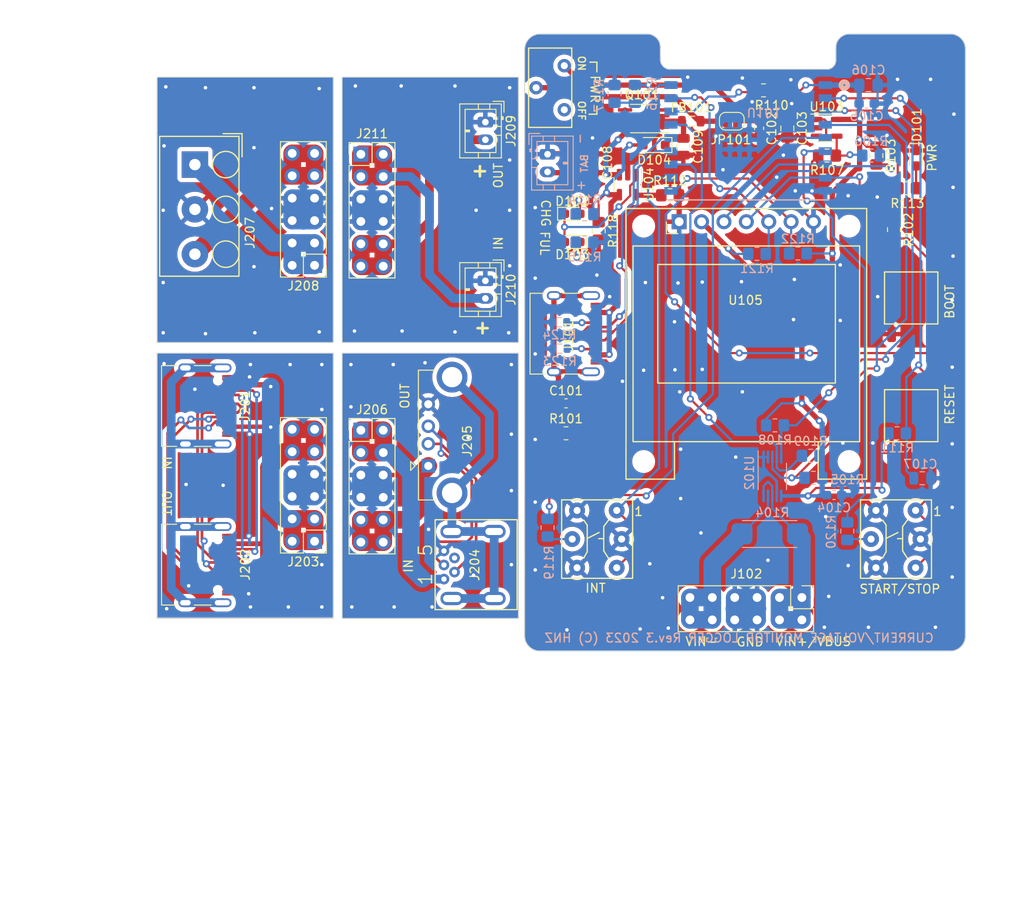
<source format=kicad_pcb>
(kicad_pcb (version 20221018) (generator pcbnew)
  (layers (0 "F.Cu" signal) (31 "B.Cu" signal) (34 "B.Paste" user) (35 "F.Paste" user) (36 "B.SilkS" user "B.Silkscreen") (37 "F.SilkS" user "F.Silkscreen") (38 "B.Mask" user) (39 "F.Mask" user) (44 "Edge.Cuts" user))
  (net 0 "")
  (net 1 "GND")
  (net 2 "+3.3V")
  (net 3 "/~{RESET}")
  (net 4 "/GPIO1")
  (net 5 "/GPIO0")
  (net 6 "Net-(J101-SHIELD)")
  (net 7 "Net-(D101-A)")
  (net 8 "/USBVDD")
  (net 9 "Net-(D103-K)")
  (net 10 "/USBDM")
  (net 11 "/USBDP")
  (net 12 "Net-(J101-CC1)")
  (net 13 "/GPIO10")
  (net 15 "/GPIO6{slash}TCK")
  (net 16 "Net-(J101-CC2)")
  (net 17 "/GPIO7{slash}TDO")
  (net 18 "/GPIO9")
  (net 19 "/GPIO8")
  (net 20 "Net-(U103-ADJ)")
  (net 21 "/GPIO2")
  (net 22 "/RXD{slash}GPIO20")
  (net 23 "/TXD{slash}GPIO21")
  (net 24 "/GPIO4{slash}TMS")
  (net 25 "/GPIO5{slash}TDI")
  (net 26 "/GPIO3")
  (net 27 "/VBAT")
  (net 28 "/VOUT")
  (net 29 "Net-(D102-K)")
  (net 30 "Net-(D102-A)")
  (net 31 "Net-(U104-PROG)")
  (net 32 "Net-(SW103-A)")
  (net 33 "Net-(SW104-A)")
  (net 34 "/VIN")
  (net 35 "Net-(JP101-A)")
  (net 38 "Net-(J102-Pin_1)")
  (net 39 "Net-(J102-Pin_10)")
  (net 40 "/Adopter/USB-C-GND")
  (net 41 "/Adopter/USB-C-VBUSIN")
  (net 42 "Net-(J201-CC1)")
  (net 43 "Net-(J201-D+-PadA6)")
  (net 44 "Net-(J201-D--PadA7)")
  (net 45 "Net-(J201-SBU1)")
  (net 46 "Net-(J201-CC2)")
  (net 47 "Net-(J201-SBU2)")
  (net 48 "Net-(J201-SHIELD)")
  (net 49 "/Adopter/USB-C-VBUSOUT")
  (net 50 "/Adopter/USB-B-VBUSIN")
  (net 51 "Net-(J204-D-)")
  (net 52 "Net-(J204-D+)")
  (net 54 "/Adopter/USB-AB-GND")
  (net 55 "Net-(J204-Shield)")
  (net 56 "/Adopter/USB-A-VBUSOUT")
  (net 57 "Net-(J207-Pin_1)")
  (net 58 "/Adopter/TERMINAL-GND")
  (net 59 "Net-(J207-Pin_3)")
  (net 60 "/Adopter/BAT-GND")
  (net 61 "Net-(J209-Pin_2)")
  (net 62 "Net-(J210-Pin_2)")
  (footprint "tbctl:TS-06104" (layer "F.Cu") (at 130.475 84.05 90)
    (fp_text reference "SW101" hide)
    (fp_text value "TS-06104")
  )
  (footprint "Capacitor_SMD:C_0805_2012Metric_Pad1.18x1.45mm_HandSolder" (layer "F.Cu") (at 94.3 65.6 90)
    (fp_text reference "C108")
    (fp_text value "4.7uF")
  )
  (footprint "Resistor_SMD:R_0805_2012Metric_Pad1.20x1.40mm_HandSolder" (layer "F.Cu") (at 126.5 64.7 -90)
    (fp_text reference "R103")
    (fp_text value "10K")
  )
  (footprint "Connector_PinHeader_2.54mm:PinHeader_2x06_P2.54mm_Vertical" (layer "F.Cu") (at 68.025 64.55)
    (fp_text reference "J211")
    (fp_text value "PINOUT")
  )
  (footprint "Connector_PinHeader_2.54mm:PinHeader_2x06_P2.54mm_Vertical" (layer "F.Cu") (at 68.025 95.85)
    (fp_text reference "J206")
    (fp_text value "PINOUT")
  )
  (footprint "LED_SMD:LED_0603_1608Metric_Pad1.05x0.95mm_HandSolder" (layer "F.Cu") (at 131 65 -90)
    (fp_text reference "D101")
    (fp_text value "LED RED")
  )
  (footprint "Resistor_SMD:R_0805_2012Metric_Pad1.20x1.40mm_HandSolder" (layer "F.Cu") (at 130 68.4)
    (fp_text reference "R113")
    (fp_text value "1K")
  )
  (footprint "Capacitor_SMD:C_0603_1608Metric_Pad1.08x0.95mm_HandSolder" (layer "F.Cu") (at 113.2 61.6 -90)
    (fp_text reference "C102")
    (fp_text value "0.1uF")
  )
  (footprint "tbctl:usb mini B connector c2235 dim 2" (layer "F.Cu") (at 81.45 111.14 90)
    (fp_text reference "J204")
    (fp_text value "USB_B_Mini")
  )
  (footprint "Resistor_SMD:R_0805_2012Metric_Pad1.20x1.40mm_HandSolder" (layer "F.Cu") (at 95 73.25 -90)
    (fp_text reference "R118")
    (fp_text value "100K")
  )
  (footprint "tbctl:USB_C_5077CR-16-SMC2-BK-TR" (layer "F.Cu") (at 91 84.9 -90)
    (fp_text reference "J101")
    (fp_text value "USB_C_Receptacle_USB2.0_5077CR")
  )
  (footprint "Package_TO_SOT_SMD:SOT-23-5" (layer "F.Cu") (at 98.3 68 -90)
    (fp_text reference "U104")
    (fp_text value "MCP73831-2-OT")
  )
  (footprint "tbctl:USB_A_5075AR-04" (layer "F.Cu") (at 75.6725 99.9 90)
    (fp_text reference "J205")
    (fp_text value "USB_A")
  )
  (footprint "LED_SMD:LED_0603_1608Metric_Pad1.05x0.95mm_HandSolder" (layer "F.Cu") (at 92 71.3)
    (fp_text reference "D102")
    (fp_text value "LED RED")
  )
  (footprint "tbctl:USB_C_5077CR-16-SMC2-BK-TR" (layer "F.Cu") (at 49.2 93.1 -90)
    (fp_text reference "J201")
    (fp_text value "USB_C_Receptacle_USB2.0_5077CR")
  )
  (footprint "Connector_JST:JST_PH_B2B-PH-K_1x02_P2.00mm_Vertical" (layer "F.Cu") (at 82.15 78.9 -90)
    (fp_text reference "J210")
    (fp_text value "BATTERY IN JST_PH")
  )
  (footprint "Package_SO:MSOP-8_3x3mm_P0.65mm" (layer "F.Cu") (at 100.1 60.5 180)
    (fp_text reference "Q101")
    (fp_text value "IRF7606PBF")
  )
  (footprint "Resistor_SMD:R_0805_2012Metric_Pad1.20x1.40mm_HandSolder" (layer "F.Cu") (at 128.5 73.1 -90)
    (fp_text reference "R102")
    (fp_text value "10K")
  )
  (footprint "tbctl:USB_C_5077CR-16-SMC2-BK-TR" (layer "F.Cu") (at 49.2 111.1 -90)
    (fp_text reference "J202")
    (fp_text value "USB_C_Receptacle_USB2.0_5077CR")
  )
  (footprint "Connector_PinHeader_2.54mm:PinHeader_2x06_P2.54mm_Vertical" (layer "F.Cu") (at 62.775 108.45 180)
    (fp_text reference "J203")
    (fp_text value "PINOUT")
  )
  (footprint "tbctl:LS601-CU_CAP" (layer "F.Cu") (at 128.7 108.2)
    (fp_text reference "SW104" hide)
    (fp_text value "SW_Push_LED")
  )
  (footprint "Inductor_SMD:L_0805_2012Metric" (layer "F.Cu") (at 105.5 60.8)
    (fp_text reference "FB101")
    (fp_text value "BK2125HS601-T")
  )
  (footprint "Diode_SMD:D_SOD-323_HandSoldering" (layer "F.Cu") (at 101.3 63.5 180)
    (fp_text reference "D104")
    (fp_text value "NSR0340HT1G")
  )
  (footprint "tbctl:SLIDE_SW_IS1235-G" (layer "F.Cu") (at 91.1 57 -90)
    (fp_text reference "SW105" hide)
    (fp_text value "SLIDE_SW")
  )
  (footprint "Capacitor_SMD:C_0805_2012Metric_Pad1.18x1.45mm_HandSolder" (layer "F.Cu") (at 116.4 61.6 -90)
    (fp_text reference "C103")
    (fp_text value "10uF")
  )
  (footprint "Resistor_SMD:R_0805_2012Metric_Pad1.20x1.40mm_HandSolder" (layer "F.Cu") (at 120.9 64.7 180)
    (fp_text reference "R107")
    (fp_text value "12K 1%")
  )
  (footprint "LED_SMD:LED_0603_1608Metric_Pad1.05x0.95mm_HandSolder" (layer "F.Cu") (at 92 74.5 180)
    (fp_text reference "D103")
    (fp_text value "LED GREEN")
  )
  (footprint "Capacitor_SMD:C_0805_2012Metric" (layer "F.Cu") (at 104.6 63.7 -90)
    (fp_text reference "C109")
    (fp_text value "1uF")
  )
  (footprint "tbctl:TS-06104" (layer "F.Cu") (at 130.475 97.4 90)
    (fp_text reference "SW102" hide)
    (fp_text value "TS-06104")
  )
  (footprint "Resistor_SMD:R_0805_2012Metric_Pad1.20x1.40mm_HandSolder" (layer "F.Cu") (at 103.1 69.2)
    (fp_text reference "R112")
    (fp_text value "2K")
  )
  (footprint "Resistor_SMD:R_0805_2012Metric_Pad1.20x1.40mm_HandSolder" (layer "F.Cu") (at 91.3 96.2)
    (fp_text reference "R101")
    (fp_text value "10K")
  )
  (footprint "Connector_PinHeader_2.54mm:PinHeader_2x06_P2.54mm_Vertical" (layer "F.Cu") (at 118.05 114.825 -90)
    (fp_text reference "J102")
    (fp_text value "PINOUT")
  )
  (footprint "Jumper:SolderJumper-2_P1.3mm_Open_RoundedPad1.0x1.5mm" (layer "F.Cu") (at 110.1 60.8)
    (fp_text reference "JP101")
    (fp_text value "SolderJumper_2_Open")
  )
  (footprint "Package_TO_SOT_SMD:SOT-23-5" (layer "F.Cu") (at 120.8625 61.55)
    (fp_text reference "U103")
    (fp_text value "SPX3819M5-L")
  )
  (footprint "Capacitor_SMD:C_0603_1608Metric_Pad1.08x0.95mm_HandSolder" (layer "F.Cu") (at 91.3 92.8)
    (fp_text reference "C101")
    (fp_text value "0.1uF")
  )
  (footprint "tbctl:TB112-2-2-3-E-1 Terminal Block" (layer "F.Cu") (at 49.2 65.72 -90)
    (fp_text reference "J207")
    (fp_text value "Screw_Terminal_01x03")
  )
  (footprint "tbctl:LS601-CU_CAP" (layer "F.Cu") (at 94.8 108.2)
    (fp_text reference "SW103" hide)
    (fp_text value "SW_Push_LED")
  )
  (footprint "tbctl:OLED SSD1331 SPI DISPLAY" (layer "F.Cu") (at 111.75 86.05)
    (fp_text reference "U105")
    (fp_text value "SSD1331_DISPLAY")
  )
  (footprint "Connector_JST:JST_PH_B2B-PH-K_1x02_P2.00mm_Vertical" (layer "F.Cu") (at 82.15 60.9 -90)
    (fp_text reference "J209")
    (fp_text value "BATTERY OUT JST_PH")
  )
  (footprint "Connector_PinHeader_2.54mm:PinHeader_2x06_P2.54mm_Vertical" (layer "F.Cu") (at 62.775 77.15 180)
    (fp_text reference "J208")
    (fp_text value "PINOUT")
  )
  (footprint "Resistor_SMD:R_0805_2012Metric_Pad1.20x1.40mm_HandSolder" (layer "F.Cu") (at 113.7 57.3 180)
    (fp_text reference "R110")
    (fp_text value "10K")
  )
  (footprint "Resistor_SMD:R_0805_2012Metric_Pad1.20x1.40mm_HandSolder" (layer "B.Cu") (at 119.05 98.75 180)
    (fp_text reference "R109")
    (fp_text value "10K")
  )
  (footprint "Resistor_SMD:R_0805_2012Metric_Pad1.20x1.40mm_HandSolder" (layer "B.Cu") (at 112.95 75.85)
    (fp_text reference "R121")
    (fp_text value "10K")
  )
  (footprint "Resistor_SMD:R_0805_2012Metric_Pad1.20x1.40mm_HandSolder" (layer "B.Cu") (at 125.9 64.7 180)
    (fp_text reference "R106")
    (fp_text value "20K 1%")
  )
  (footprint "Capacitor_SMD:C_0603_1608Metric_Pad1.08x0.95mm_HandSolder" (layer "B.Cu") (at 121.7 103.2)
    (fp_text reference "C104")
    (fp_text value "0.1uF")
  )
  (footprint "Resistor_SMD:R_0805_2012Metric_Pad1.20x1.40mm_HandSolder" (layer "B.Cu") (at 128.85 96.2)
    (fp_text reference "R111")
    (fp_text value "10K")
  )
  (footprint "Resistor_SMD:R_0805_2012Metric_Pad1.20x1.40mm_HandSolder" (layer "B.Cu") (at 93.4 74.55)
    (fp_text reference "R115")
    (fp_text value "330")
  )
  (footprint "Connector_JST:JST_PH_B2B-PH-K_1x02_P2.00mm_Vertical" (layer "B.Cu") (at 89.2 64.55 -90)
    (fp_text reference "J104" hide)
    (fp_text value "LiPo BATTERY")
  )
  (footprint "Resistor_SMD:R_0603_1608Metric" (layer "B.Cu") (at 90.55 83.6)
    (fp_text reference "R124")
    (fp_text value "5.1K")
  )
  (footprint "Resistor_SMD:R_0603_1608Metric" (layer "B.Cu") (at 90.6 86.6)
    (fp_text reference "R123")
    (fp_text value "5.1K")
  )
  (footprint "Resistor_SMD:R_0805_2012Metric_Pad1.20x1.40mm_HandSolder" (layer "B.Cu") (at 89.2 106.9 90)
    (fp_text reference "R119")
    (fp_text value "330")
  )
  (footprint "Resistor_SMD:R_0805_2012Metric_Pad1.20x1.40mm_HandSolder" (layer "B.Cu") (at 93.4 71.35 180)
    (fp_text reference "R114")
    (fp_text value "330")
  )
  (footprint "Resistor_SMD:R_0805_2012Metric_Pad1.20x1.40mm_HandSolder" (layer "B.Cu") (at 117.6 75.8 180)
    (fp_text reference "R122")
    (fp_text value "10K")
  )
  (footprint "Resistor_SMD:R_0805_2012Metric_Pad1.20x1.40mm_HandSolder" (layer "B.Cu") (at 119.35 101.25 180)
    (fp_text reference "R105")
    (fp_text value "10K")
  )
  (footprint "Capacitor_SMD:C_0805_2012Metric" (layer "B.Cu") (at 131.7 101.3)
    (fp_text reference "C107")
    (fp_text value "1uF")
  )
  (footprint "Resistor_SMD:R_0805_2012Metric_Pad1.20x1.40mm_HandSolder" (layer "B.Cu") (at 96.8 57.7 90)
    (fp_text reference "R117")
    (fp_text value "20K 1%")
  )
  (footprint "Capacitor_SMD:C_0805_2012Metric_Pad1.18x1.45mm_HandSolder" (layer "B.Cu") (at 125.6 56.7)
    (fp_text reference "C106")
    (fp_text value "10uF")
  )
  (footprint "Resistor_SMD:R_0805_2012Metric_Pad1.20x1.40mm_HandSolder" (layer "B.Cu") (at 123.2 107.3 90)
    (fp_text reference "R120")
    (fp_text value "330")
  )
  (footprint "Package_SO:VSSOP-10_3x3mm_P0.5mm" (layer "B.Cu") (at 114.7 101.1 -90)
    (fp_text reference "U102")
    (fp_text value "INA228")
  )
  (footprint "Capacitor_SMD:C_0603_1608Metric_Pad1.08x0.95mm_HandSolder" (layer "B.Cu") (at 125.4 58.8)
    (fp_text reference "C105")
    (fp_text value "0.1uF")
  )
  (footprint "Resistor_SMD:R_0805_2012Metric_Pad1.20x1.40mm_HandSolder" (layer "B.Cu") (at 115 95.3)
    (fp_text reference "R108")
    (fp_text value "10K")
  )
  (footprint "Library:IC18_ESP32-C3-WROOM-02-N4_EXP" (layer "B.Cu") (at 111.95 59.605085 180)
    (fp_text reference "U101")
    (fp_text value "ESP32-C3-WROOM-02-N4")
  )
  (footprint "Resistor_SMD:R_0805_2012Metric_Pad1.20x1.40mm_HandSolder" (layer "B.Cu") (at 99.1 57.7 -90)
    (fp_text reference "R116")
    (fp_text value "20K 1%")
  )
  (footprint "tbctl:R_10mOHM" (layer "B.Cu") (at 114.4 107.6 180)
    (fp_text reference "R104")
    (fp_text value "10m")
  )
  (gr_line (start 94.8 59.1) (end 94.8 60) (stroke (width 0.15)) (layer "F.SilkS"))
  (gr_line (start 94.8 55.2) (end 94.8 54.1) (stroke (width 0.15)) (layer "F.SilkS"))
  (gr_line (start 94.8 60) (end 93.9 60) (stroke (width 0.15)) (layer "F.SilkS"))
  (gr_line (start 94.8 54.1) (end 94 54.1) (stroke (width 0.15)) (layer "F.SilkS"))
  (gr_line (start 136.6 52.627917) (end 136.6 119.2) (stroke (width 0.1)) (layer "Edge.Cuts"))
  (gr_arc (start 103.1 54.9) (mid 102.322183 54.577817) (end 102 53.8) (stroke (width 0.1)) (layer "Edge.Cuts"))
  (gr_line (start 134.9 50.899771) (end 123.5 50.9) (stroke (width 0.1)) (layer "Edge.Cuts"))
  (gr_rect (start 65.9 87.1) (end 85.9 117.2) (stroke (width 0.1)) (fill none) (layer "Edge.Cuts"))
  (gr_arc (start 121.899505 52.46066) (mid 122.370755 51.342935) (end 123.5 50.900001) (stroke (width 0.1)) (layer "Edge.Cuts"))
  (gr_arc (start 88.3806 120.899999) (mid 87.100016 120.38514) (end 86.595357 119.100484) (stroke (width 0.1)) (layer "Edge.Cuts"))
  (gr_rect (start 44.9 55.8) (end 64.9 85.9) (stroke (width 0.1)) (fill none) (layer "Edge.Cuts"))
  (gr_line (start 134.9 120.9) (end 88.3806 120.899999) (stroke (width 0.1)) (layer "Edge.Cuts"))
  (gr_line (start 88.372792 50.899792) (end 100.5 50.9) (stroke (width 0.1)) (layer "Edge.Cuts"))
  (gr_arc (start 121.9 53.892894) (mid 121.605025 54.605025) (end 120.892894 54.9) (stroke (width 0.1)) (layer "Edge.Cuts"))
  (gr_line (start 86.600001 52.7) (end 86.595357 119.100484) (stroke (width 0.1)) (layer "Edge.Cuts"))
  (gr_rect (start 65.9 55.8) (end 85.9 85.9) (stroke (width 0.1)) (fill none) (layer "Edge.Cuts"))
  (gr_rect (start 44.9 87.1) (end 64.9 117.2) (stroke (width 0.1)) (fill none) (layer "Edge.Cuts"))
  (gr_line (start 121.899505 52.46066) (end 121.9 53.892894) (stroke (width 0.1)) (layer "Edge.Cuts"))
  (gr_arc (start 134.9 50.899771) (mid 136.112073 51.407668) (end 136.6 52.627917) (stroke (width 0.1)) (layer "Edge.Cuts"))
  (gr_arc (start 86.600001 52.7) (mid 87.109509 51.428749) (end 88.372792 50.899792) (stroke (width 0.1)) (layer "Edge.Cuts"))
  (gr_line (start 103.1 54.9) (end 120.9 54.9) (stroke (width 0.1)) (layer "Edge.Cuts"))
  (gr_arc (start 100.5 50.9) (mid 101.56066 51.33934) (end 102 52.4) (stroke (width 0.1)) (layer "Edge.Cuts"))
  (gr_line (start 102 52.4) (end 102 53.8) (stroke (width 0.1)) (layer "Edge.Cuts"))
  (gr_arc (start 136.6 119.2) (mid 136.102082 120.402082) (end 134.9 120.9) (stroke (width 0.1)) (layer "Edge.Cuts"))
  (gr_text "BAT" (at 93.85 64.45 -270) (layer "B.SilkS") (effects (font (size 0.8 0.8)) (justify left bottom mirror)))
  (gr_text "+" (at 93.75 68.6) (layer "B.SilkS") (effects (font (size 1 1)) (justify left bottom mirror)))
  (gr_text "-" (at 92.4 63.5 -90) (layer "B.SilkS") (effects (font (size 1 1)) (justify left bottom mirror)))
  (gr_text "CURRENT/VOLTAGE MONITOR LOGGER Rev.3 2023 (C) HNZ" (at 133.1 120) (layer "B.SilkS") (effects (font (size 1 1)) (justify left bottom mirror)))
  (gr_text "OFF" (at 92.6 58.4 270) (layer "F.SilkS") (effects (font (size 0.8 0.8)) (justify left bottom)))
  (gr_text "START/STOP" (at 124.5 114.45) (layer "F.SilkS") (effects (font (size 1 1)) (justify left bottom)))
  (gr_text "PWR" (at 94 55.5 -90) (layer "F.SilkS") (effects (font (size 1 1)) (justify left bottom)))
  (gr_text "PWR" (at 133.4 66.6 90) (layer "F.SilkS") (effects (font (size 1 1)) (justify left bottom)))
  (gr_text "BOOT" (at 135.4 83.3 90) (layer "F.SilkS") (effects (font (size 1 1)) (justify left bottom)))
  (gr_text "CHG" (at 88.4 69.6 -90) (layer "F.SilkS") (effects (font (size 1 1)) (justify left bottom)))
  (gr_text "VIN+/VBUS" (at 115 120.4) (layer "F.SilkS") (effects (font (size 1 1)) (justify left bottom)))
  (gr_text "OUT" (at 84.2 68.5 90) (layer "F.SilkS") (effects (font (size 1 1)) (justify left bottom)))
  (gr_text "FUL" (at 88.3 73.2 270) (layer "F.SilkS") (effects (font (size 1 1)) (justify left bottom)))
  (gr_text "OUT" (at 73.6 93.5 90) (layer "F.SilkS") (effects (font (size 1 1)) (justify left bottom)))
  (gr_text "RESET" (at 135.4 95.3 90) (layer "F.SilkS") (effects (font (size 1 1)) (justify left bottom)))
  (gr_text "IN" (at 84.2 75.5 90) (layer "F.SilkS") (effects (font (size 1 1)) (justify left bottom)))
  (gr_text "IN" (at 74 112.1 90) (layer "F.SilkS") (effects (font (size 1 1)) (justify left bottom)))
  (gr_text "+" (at 82.3 67.6 90) (layer "F.SilkS") (effects (font (size 1.5 1.5) (thickness 0.3) bold) (justify left bottom)))
  (gr_text "+" (at 82.6 85.4 90) (layer "F.SilkS") (effects (font (size 1.5 1.5) (thickness 0.3) bold) (justify left bottom)))
  (gr_text "GND" (at 110.55 120.45) (layer "F.SilkS") (effects (font (size 1 1)) (justify left bottom)))
  (gr_text "ON" (at 92.6 53.3 -90) (layer "F.SilkS") (effects (font (size 0.8 0.8)) (justify left bottom)))
  (gr_text "VIN-" (at 104.75 120.4) (layer "F.SilkS") (effects (font (size 1 1)) (justify left bottom)))
  (gr_text "IN" (at 45.4 98.7 -90) (layer "F.SilkS") (effects (font (size 1 1)) (justify left bottom)))
  (gr_text "INT" (at 93.4 114.35) (layer "F.SilkS") (effects (font (size 1 1)) (justify left bottom)))
  (gr_text "OUT" (at 45.4 102.6 -90) (layer "F.SilkS") (effects (font (size 1 1)) (justify left bottom)))
  (segment (start 96.05 81.05) (end 96.05 80.9) (width 0.3) (layer "F.Cu") (net 1))
  (segment (start 97.9 65) (end 97.4 64.5) (width 0.6) (layer "F.Cu") (net 1))
  (segment (start 118.45 61.55) (end 117.3 62.7) (width 0.6) (layer "F.Cu") (net 1))
  (segment (start 95.5 81.85) (end 96.25 81.1) (width 0.3) (layer "F.Cu") (net 1))
  (segment (start 131 64.125) (end 127.375 60.5) (width 0.25) (layer "F.Cu") (net 1))
  (segment (start 108.3375 62.4625) (end 108.3 62.5) (width 0.6) (layer "F.Cu") (net 1))
  (segment (start 119.37 72.2) (end 117.3 70.13) (width 0.25) (layer "F.Cu") (net 1))
  (segment (start 97.4 64.5) (end 89.25 64.5) (width 0.6) (layer "F.Cu") (net 1))
  (segment (start 98.3 65.4) (end 97.4 64.5) (width 0.6) (layer "F.Cu") (net 1))
  (segment (start 94.67 81.85) (end 95.5 81.85) (width 0.3) (layer "F.Cu") (net 1))
  (segment (start 96.05 80.9) (end 96.25 80.7) (width 0.3) (layer "F.Cu") (net 1))
  (segment (start 94.67 88.25) (end 95.75 88.25) (width 0.3) (layer "F.Cu") (net 1))
  (segment (start 94.67 81.55) (end 95.55 81.55) (width 0.3) (layer "F.Cu") (net 1))
  (segment (start 96.25 80.7) (end 96.05 80.5) (width 0.3) (layer "F.Cu") (net 1))
  (segment (start 104.6 64.65) (end 104.25 65) (width 0.6) (layer "F.Cu") (net 1))
  (segment (start 119.9 64.7) (end 119.2 65.4) (width 0.25) (layer "F.Cu") (net 1))
  (segment (start 89.25 64.5) (end 89.2 64.55) (width 0.6) (layer "F.Cu") (net 1))
  (segment (start 116.4 62.6375) (end 113.375 62.6375) (width 0.6) (layer "F.Cu") (net 1))
  (segment (start 105.85 64.65) (end 104.6 64.65) (width 0.6) (layer "F.Cu") (net 1))
  (segment (start 127.375 60.5) (end 126.4 60.5) (width 0.25) (layer "F.Cu") (net 1))
  (segment (start 117.3 70.13) (end 117.3 68.7) (width 0.25) (layer "F.Cu") (net 1))
  (segment (start 95.55 81.55) (end 96.05 81.05) (width 0.3) (layer "F.Cu") (net 1))
  (segment (start 119.725 61.55) (end 118.45 61.55) (width 0.6) (layer "F.Cu") (net 1))
  (segment (start 96.05 80.5) (end 96.05 79.5) (width 0.3) (layer "F.Cu") (net 1))
  (segment (start 95.75 88.25) (end 97.7 90.2) (width 0.3) (layer "F.Cu") (net 1))
  (segment (start 94.3 62.7) (end 94.3 64.5625) (width 0.6) (layer "F.Cu") (net 1))
  (segment (start 96.25 81.1) (end 96.25 80.7) (width 0.3) (layer "F.Cu") (net 1))
  (segment (start 98.3 66.8625) (end 98.3 65.4) (width 0.6) (layer "F.Cu") (net 1))
  (segment (start 113.2 62.4625) (end 108.3375 62.4625) (width 0.6) (layer "F.Cu") (net 1))
  (segment (start 96.9 89.05) (end 100.1 89.05) (width 0.3) (layer "F.Cu") (net 1))
  (segment (start 104.13 69.23) (end 104.1 69.2) (width 0.6) (layer "F.Cu") (net 1))
  (segment (start 108.0375 62.4625) (end 105.85 64.65) (width 0.6) (layer "F.Cu") (net 1))
  (segment (start 114.5 68.7) (end 108.3 62.5) (width 0.6) (layer "F.Cu") (net 1))
  (segment (start 97.7 90.2) (end 97.7 90.3) (width 0.3) (layer "F.Cu") (net 1))
  (segment (start 95.8 87.95) (end 96.9 89.05) (width 0.3) (layer "F.Cu") (net 1))
  (segment (start 108.3 62.5) (end 108.2625 62.4625) (width 0.6) (layer "F.Cu") (net 1))
  (segment (start 104.25 65) (end 97.9 65) (width 0.6) (layer "F.Cu") (net 1))
  (segment (start 119.2 65.4) (end 119.2 68.7) (width 0.25) (layer "F.Cu") (net 1))
  (segment (start 96.05 79.5) (end 94.8 78.25) (width 0.3) (layer "F.Cu") (net 1))
  (segment (start 117.3 68.7) (end 114.5 68.7) (width 0.6) (layer "F.Cu") (net 1))
  (segment (start 113.375 62.6375) (end 113.2 62.4625) (width 0.6) (layer "F.Cu") (net 1))
  (segment (start 94.67 87.95) (end 95.8 87.95) (width 0.3) (layer "F.Cu") (net 1))
  (segment (start 116.4625 62.7) (end 116.4 62.6375) (width 0.6) (layer "F.Cu") (net 1))
  (segment (start 117.3 62.7) (end 116.4625 62.7) (width 0.6) (layer "F.Cu") (net 1))
  (segment (start 104.13 72.2) (end 104.13 69.23) (width 0.6) (layer "F.Cu") (net 1))
  (segment (start 108.2625 62.4625) (end 108.0375 62.4625) (width 0.6) (layer "F.Cu") (net 1))
  (via (at 125.6 118.2) (size 0.8) (drill 0.4) (layers "F.Cu" "B.Cu") (net 1))
  (via (at 103.6 83.55) (size 0.8) (drill 0.4) (layers "F.Cu" "B.Cu") (net 1))
  (via (at 99.7 118.4) (size 0.8) (drill 0.4) (layers "F.Cu" "B.Cu") (net 1))
  (via (at 135.1 97.4) (size 0.8) (drill 0.4) (layers "F.Cu" "B.Cu") (net 1))
  (via (at 106.6 107.5) (size 0.8) (drill 0.4) (layers "F.Cu" "B.Cu") (net 1))
  (via (at 104.3 98) (size 0.8) (drill 0.4) (layers "F.Cu" "B.Cu") (net 1))
  (via (at 122.4 77.1) (size 0.8) (drill 0.4) (layers "F.Cu" "B.Cu") (net 1))
  (via (at 104.3 103.6) (size 0.8) (drill 0.4) (layers "F.Cu" "B.Cu") (net 1))
  (via (at 119.2 68.7) (size 0.8) (drill 0.4) (layers "F.Cu" "B.Cu") (net 1))
  (via (at 117.3 68.7) (size 0.8) (drill 0.4) (layers "F.Cu" "B.Cu") (net 1))
  (via (at 111.3 91.5) (size 0.8) (drill 0.4) (layers "F.Cu" "B.Cu") (net 1))
  (via (at 116.8 56.1) (size 0.8) (drill 0.4) (layers "F.Cu" "B.Cu") (net 1))
  (via (at 96.25 80.7) (size 0.8) (drill 0.4) (layers "F.Cu" "B.Cu") (net 1))
  (via (at 117.1 83.3) (size 0.8) (drill 0.4) (layers "F.Cu" "B.Cu") (net 1))
  (via (at 126.4 60.5) (size 0.8) (drill 0.4) (layers "F.Cu" "B.Cu") (net 1))
  (via (at 87.8 70.6) (size 0.8) (drill 0.4) (layers "F.Cu" "B.Cu") (net 1))
  (via (at 123.3 69.25) (size 0.8) (drill 0.4) (layers "F.Cu" "B.Cu") (net 1))
  (via (at 97.7 90.3) (size 0.8) (drill 0.4) (layers "F.Cu" "B.Cu") (net 1))
  (via (at 87.8 78.6) (size 0.8) (drill 0.4) (layers "F.Cu" "B.Cu") (net 1))
  (via (at 112.4 58.6) (size 0.8) (drill 0.4) (layers "F.Cu" "B.Cu") (net 1))
  (via (at 94.3 62.7) (size 0.8) (drill 0.4) (layers "F.Cu" "B.Cu") (net 1))
  (via (at 100.1 89.05) (size 0.8) (drill 0.4) (layers "F.Cu" "B.Cu") (net 1))
  (via (at 135.1 104.6) (size 0.8) (drill 0.4) (layers "F.Cu" "B.Cu") (net 1))
  (via (at 135.1 88.7) (size 0.8) (drill 0.4) (layers "F.Cu" "B.Cu") (net 1))
  (via (at 111.3 55.9) (size 0.8) (drill 0.4) (layers "F.Cu" "B.Cu") (net 1))
  (via (at 122.4 83.4) (size 0.8) (drill 0.4) (layers "F.Cu" "B.Cu") (net 1))
  (via (at 120.75 105.65) (size 0.8) (drill 0.4) (layers "F.Cu" "B.Cu") (net 1))
  (via (at 135.1 81.1) (size 0.8) (drill 0.4) (layers "F.Cu" "B.Cu") (net 1))
  (via (at 105.1 55.8) (size 0.8) (drill 0.4) (layers "F.Cu" "B.Cu") (net 1))
  (via (at 104 79.15) (size 0.8) (drill 0.4) (layers "F.Cu" "B.Cu") (net 1))
  (via (at 87.8 87.2) (size 0.8) (drill 0.4) (layers "F.Cu" "B.Cu") (net 1))
  (via (at 91.4 118.5) (size 0.8) (drill 0.4) (layers "F.Cu" "B.Cu") (net 1))
  (via (at 102.25 114.85) (size 0.8) (drill 0.4) (layers "F.Cu" "B.Cu") (net 1))
  (via (at 108.3 62.5) (size 0.8) (drill 0.4) (layers "F.Cu" "B.Cu") (net 1))
  (via (at 103.65 89) (size 0.8) (drill 0.4) (layers "F.Cu" "B.Cu") (net 1))
  (via (at 116.9 58.8) (size 0.8) (drill 0.4) (layers "F.Cu" "B.Cu") (net 1))
  (via (at 87.8 104) (size 0.8) (drill 0.4) (layers "F.Cu" "B.Cu") (net 1))
  (via (at 121.1 114.7) (size 0.8) (drill 0.4) (layers "F.Cu" "B.Cu") (net 1))
  (via (at 123.3 111.2) (size 0.8) (drill 0.4) (layers "F.Cu" "B.Cu") (net 1))
  (via (at 126.1 97.3) (size 0.8) (drill 0.4) (layers "F.Cu" "B.Cu") (net 1))
  (via (at 114.2 110.6) (size 0.8) (drill 0.4) (layers "F.Cu" "B.Cu") (net 1))
  (via (at 94.8 78.25) (size 0.8) (drill 0.4) (layers "F.Cu" "B.Cu") (net 1))
  (via (at 122.7 97.3) (size 0.8) (drill 0.4) (layers "F.Cu" "B.Cu") (net 1))
  (via (at 104.2 91.5) (size 0.8) (drill 0.4) (layers "F.Cu" "B.Cu") (net 1))
  (via (at 133.2 118.2) (size 0.8) (drill 0.4) (layers "F.Cu" "B.Cu") (net 1))
  (via (at 135.2 68.3) (size 0.8) (drill 0.4) (layers "F.Cu" "B.Cu") (net 1))
  (via (at 128.9 56.05) (size 0.8) (drill 0.4) (layers "F.Cu" "B.Cu") (net 1))
  (via (at 120.6 118.2) (size 0.8) (drill 0.4) (layers "F.Cu" "B.Cu") (net 1))
  (via (at 109.1 66.3) (size 0.8) (drill 0.4) (layers "F.Cu" "B.Cu") (net 1))
  (via (at 126.65 80.7) (size 0.8) (drill 0.4) (layers "F.Cu" "B.Cu") (net 1))
  (via (at 87.8 111.7) (size 0.8) (drill 0.4) (layers "F.Cu" "B.Cu") (net 1))
  (via (at 110.55 98.9) (size 0.8) (drill 0.4) (layers "F.Cu" "B.Cu") (net 1))
  (via (at 135.3 60) (size 0.8) (drill 0.4) (layers "F.Cu" "B.Cu") (net 1))
  (via (at 87.8 96.9) (size 0.8) (drill 0.4) (layers "F.Cu" "B.Cu") (net 1))
  (via (at 106.75 79.05) (size 0.8) (drill 0.4) (layers "F.Cu" "B.Cu") (net 1))
  (via (at 135.2 76.1) (size 0.8) (drill 0.4) (layers "F.Cu" "B.Cu") (net 1))
  (via (at 100.8 111) (size 0.8) (drill 0.4) (layers "F.Cu" "B.Cu") (net 1))
  (via (at 127.7 62.4) (size 0.8) (drill 0.4) (layers "F.Cu" "B.Cu") (net 1))
  (via (at 111.2 79) (size 0.8) (drill 0.4) (layers "F.Cu" "B.Cu") (net 1))
  (via (at 132.65 56.05) (size 0.8) (drill 0.4) (layers "F.Cu" "B.Cu") (net 1))
  (via (at 115.95 64.65) (size 0.8) (drill 0.4) (layers "F.Cu" "B.Cu") (net 1))
  (via (at 106.75 88.95) (size 0.8) (drill 0.4) (layers "F.Cu" "B.Cu") (net 1))
  (via (at 117.2 78.75) (size 0.8) (drill 0.4) (layers "F.Cu" "B.Cu") (net 1))
  (via (at 100.3 79.1) (size 0.8) (drill 0.4) (layers "F.Cu" "B.Cu") (net 1))
  (via (at 115.2 67.15) (size 0.8) (drill 0.4) (layers "F.Cu" "B.Cu") (net 1))
  (via (at 102.9 118.3) (size 0.8) (drill 0.4) (layers "F.Cu" "B.Cu") (net 1))
  (via (at 126.6 69.4) (size 0.8) (drill 0.4) (layers "F.Cu" "B.Cu") (net 1))
  (via (at 135.1 112.5) (size 0.8) (drill 0.4) (layers "F.Cu" "B.Cu") (net 1))
  (segment (start 112.97 114.825) (end 110.43 114.825) (width 2) (layer "B.Cu") (net 1))
  (segment (start 112.97 117.365) (end 110.43 117.365) (width 2) (layer "B.Cu") (net 1))
  (segment (start 115.2 103.3) (end 115.2 101.65) (width 0.3) (layer "B.Cu") (net 1))
  (segment (start 120.7 68.7) (end 119.2 68.7) (width 0.6) (layer "B.Cu") (net 1))
  (segment (start 114.2 98.9) (end 110.55 98.9) (width 0.25) (layer "B.Cu") (net 1))
  (segment (start 113.7 100.15) (end 113.7 98.9) (width 0.3) (layer "B.Cu") (net 1))
  (segment (start 96.8 56.7) (end 95.85 56.7) (width 0.25) (layer "B.Cu") (net 1))
  (segment (start 94.3 58.25) (end 94.3 62.7) (width 0.25) (layer "B.Cu") (net 1))
  (segment (start 115.2 101.65) (end 113.7 100.15) (width 0.3) (layer "B.Cu") (net 1))
  (segment (start 112.97 114.825) (end 112.97 117.365) (width 2) (layer "B.Cu") (net 1))
  (segment (start 126.6375 56.7) (end 126.6375 58.425) (width 0.25) (layer "B.Cu") (net 1))
  (segment (start 119.2 68.7) (end 117.3 68.7) (width 0.6) (layer "B.Cu") (net 1))
  (segment (start 126.6375 58.425) (end 126.2625 58.8) (width 0.25) (layer "B.Cu") (net 1))
  (segment (start 95.85 56.7) (end 94.3 58.25) (width 0.25) (layer "B.Cu") (net 1))
  (segment (start 126.4 58.9375) (end 126.2625 58.8) (width 0.25) (layer "B.Cu") (net 1))
  (segment (start 126.4 60.5) (end 126.4 58.9375) (width 0.25) (layer "B.Cu") (net 1))
  (segment (start 110.43 114.825) (end 110.43 117.365) (width 2) (layer "B.Cu") (net 1))
  (segment (start 121.5 68.927207) (end 121.5 75.8) (width 0.6) (layer "F.Cu") (net 2))
  (segment (start 127.15 102.65) (end 126.9 102.4) (width 0.25) (layer "F.Cu") (net 2))
  (segment (start 124.5 60.6) (end 122 60.6) (width 0.6) (layer "F.Cu") (net 2))
  (segment (start 128.925 64.725) (end 127.9 63.7) (width 0.25) (layer "F.Cu") (net 2))
  (segment (start 114.87 80.4) (end 118.05 80.4) (width 0.6) (layer "F.Cu") (net 2))
  (segment (start 128.925 71.675) (end 128.925 64.725) (width 0.25) (layer "F.Cu") (net 2))
  (segment (start 118.05 92.8) (end 120.025 94.775) (width 0.6) (layer "F.Cu") (net 2))
  (segment (start 124.6 60.5) (end 124.5 60.6) (width 0.6) (layer "F.Cu") (net 2))
  (segment (start 121.5 75.8) (end 121.5 76.95) (width 0.6) (layer "F.Cu") (net 2))
  (segment (start 126.5 63.7) (end 125.4 63.7) (width 0.25) (layer "F.Cu") (net 2))
  (segment (start 124.6 60.5) (end 124.6 62.9) (width 0.6) (layer "F.Cu") (net 2))
  (segment (start 125.4 63.7) (end 124.6 62.9) (width 0.25) (layer "F.Cu") (net 2))
  (segment (start 109.71 75.24) (end 114.87 80.4) (width 0.6) (layer "F.Cu") (net 2))
  (segment (start 124.227207 66.2) (end 121.5 68.927207) (width 0.6) (layer "F.Cu") (net 2))
  (segment (start 118.05 80.4) (end 118.05 92.8) (width 0.6) (layer "F.Cu") (net 2))
  (segment (start 121.5 76.95) (end 118.05 80.4) (width 0.6) (layer "F.Cu") (net 2))
  (segment (start 119.65 102.4) (end 118.75 103.3) (width 0.25) (layer "F.Cu") (net 2))
  (segment (start 128.5 72.1) (end 128.925 71.675) (width 0.25) (layer "F.Cu") (net 2))
  (segment (start 114.7 57.3) (end 117.9 57.3) (width 0.25) (layer "F.Cu") (net 2))
  (segment (start 106.67 72.2) (end 109.71 75.24) (width 0.6) (layer "F.Cu") (net 2))
  (segment (start 117.9 57.3) (end 118.5 56.7) (width 0.25) (layer "F.Cu") (net 2))
  (segment (start 126.9 102.4) (end 119.65 102.4) (width 0.25) (layer "F.Cu") (net 2))
  (segment (start 124.6 66.2) (end 124.227207 66.2) (width 0.6) (layer "F.Cu") (net 2))
  (segment (start 127.9 63.7) (end 126.5 63.7) (width 0.25) (layer "F.Cu") (net 2))
  (segment (start 124.6 62.9) (end 124.6 66.2) (width 0.6) (layer "F.Cu") (net 2))
  (via (at 118.5 56.7) (size 0.8) (drill 0.4) (layers "F.Cu" "B.Cu") (net 2))
  (via (at 118.75 103.3) (size 0.8) (drill 0.4) (layers "F.Cu" "B.Cu") (net 2))
  (via (at 124.6 62.9) (size 0.8) (drill 0.4) (layers "F.Cu" "B.Cu") (net 2))
  (via (at 127.15 102.65) (size 0.8) (drill 0.4) (layers "F.Cu" "B.Cu") (net 2))
  (via (at 120.025 94.775) (size 0.8) (drill 0.4) (layers "F.Cu" "B.Cu") (net 2))
  (via (at 124.6 60.5) (size 0.8) (drill 0.4) (layers "F.Cu" "B.Cu") (net 2))
  (via (at 121.5 75.8) (size 0.8) (drill 0.4) (layers "F.Cu" "B.Cu") (net 2))
  (via (at 109.71 75.24) (size 0.8) (drill 0.4) (layers "F.Cu" "B.Cu") (net 2))
  (via (at 118.05 92.8) (size 0.8) (drill 0.4) (layers "F.Cu" "B.Cu") (net 2))
  (segment (start 110.32 75.85) (end 109.71 75.24) (width 0.25) (layer "B.Cu") (net 2))
  (segment (start 120.35 95.1) (end 120.35 103.1125) (width 0.6) (layer "B.Cu") (net 2))
  (segment (start 120.7375 103.3) (end 118.75 103.3) (width 0.4) (layer "B.Cu") (net 2))
  (segment (start 114 94.55) (end 115.75 92.8) (width 0.25) (layer "B.Cu") (net 2))
  (segment (start 127.15 102.65) (end 127.1 102.6) (width 0.25) (layer "B.Cu") (net 2))
  (segment (start 124.6 60.5) (end 124.5625 60.4625) (width 0.6) (layer "B.Cu") (net 2))
  (segment (start 127.1 97.325305) (end 127.85 96.575305) (width 0.25) (layer "B.Cu") (net 2))
  (segment (start 125.75 62.9) (end 124.6 62.9) (width 0.25) (layer "B.Cu") (net 2))
  (segment (start 126.9 64.7) (end 126.9 64.05) (width 0.25) (layer "B.Cu") (net 2))
  (segment (start 124.5625 56.7) (end 120.700002 56.7) (width 0.6) (layer "B.Cu") (net 2))
  (segment (start 118.75 103.3) (end 115.75 103.3) (width 0.4) (layer "B.Cu") (net 2))
  (segment (start 115.75 92.8) (end 118.05 92.8) (width 0.25) (layer "B.Cu") (net 2))
  (segment (start 111.95 75.85) (end 110.32 75.85) (width 0.25) (layer "B.Cu") (net 2))
  (segment (start 120.700002 56.7) (end 120.7 56.699998) (width 0.6) (layer "B.Cu") (net 2))
  (segment (start 118.6 75.8) (end 121.5 75.8) (width 0.25) (layer "B.Cu") (net 2))
  (segment (start 124.5625 60.4625) (end 124.5625 56.7) (width 0.6) (layer "B.Cu") (net 2))
  (segment (start 114 95.3) (end 114 94.55) (width 0.25) (layer "B.Cu") (net 2))
  (segment (start 127.1 102.6) (end 127.1 97.325305) (width 0.25) (layer "B.Cu") (net 2))
  (segment (start 120.35 103.1125) (end 120.6375 103.4) (width 0.6) (layer "B.Cu") (net 2))
  (segment (start 127.85 96.575305) (end 127.85 96.2) (width 0.25) (layer "B.Cu") (net 2))
  (segment (start 118.5 56.7) (end 120.699998 56.7) (width 0.25) (layer "B.Cu") (net 2))
  (segment (start 126.9 64.05) (end 125.75 62.9) (width 0.25) (layer "B.Cu") (net 2))
  (segment (start 120.699998 56.7) (end 120.7 56.699998) (width 0.25) (layer "B.Cu") (net 2))
  (segment (start 120.8375 103.2) (end 120.7375 103.3) (width 0.4) (layer "B.Cu") (net 2))
  (segment (start 120.025 94.775) (end 120.35 95.1) (width 0.6) (layer "B.Cu") (net 2))
  (segment (start 132.725 98.3) (end 132.725 90.1) (width 0.25) (layer "F.Cu") (net 3))
  (segment (start 122.8 58.2) (end 129.2 58.2) (width 0.25) (layer "F.Cu") (net 3))
  (segment (start 131.3 88.45) (end 131.3 88.675) (width 0.25) (layer "F.Cu") (net 3))
  (segment (start 131.3 88.675) (end 132.725 90.1) (width 0.25) (layer "F.Cu") (net 3))
  (via (at 131.3 88.45) (size 0.8) (drill 0.4) (layers "F.Cu" "B.Cu") (net 3))
  (via (at 122.8 58.2) (size 0.8) (drill 0.4) (layers "F.Cu" "B.Cu") (net 3))
  (via (at 129.2 58.2) (size 0.8) (drill 0.4) (layers "F.Cu" "B.Cu") (net 3))
  (segment (start 129.9 89.85) (end 129.9 100.45) (width 0.25) (layer "B.Cu") (net 3))
  (segment (start 131.5 60.5) (end 129.2 58.2) (width 0.25) (layer "B.Cu") (net 3))
  (segment (start 120.7 58.199998) (end 122.799998 58.199998) (width 0.25) (layer "B.Cu") (net 3))
  (segment (start 131.3 88.45) (end 129.9 89.85) (width 0.25) (layer "B.Cu") (net 3))
  (segment (start 131.5 88.25) (end 131.5 60.5) (width 0.25) (layer "B.Cu") (net 3))
  (segment (start 129.9 100.45) (end 130.75 101.3) (width 0.25) (layer "B.Cu") (net 3))
  (segment (start 122.799998 58.199998) (end 122.8 58.2) (width 0.25) (layer "B.Cu") (net 3))
  (segment (start 131.3 88.45) (end 131.5 88.25) (width 0.25) (layer "B.Cu") (net 3))
  (segment (start 106.6 58.1) (end 107.75 59.25) (width 0.25) (layer "F.Cu") (net 4))
  (segment (start 105.9 58.1) (end 106.6 58.1) (width 0.25) (layer "F.Cu") (net 4))
  (segment (start 108.75 68.45) (end 110.54 68.45) (width 0.25) (layer "F.Cu") (net 4))
  (segment (start 110.54 68.45) (end 114.29 72.2) (width 0.25) (layer "F.Cu") (net 4))
  (via (at 105.9 58.1) (size 0.8) (drill 0.4) (layers "F.Cu" "B.Cu") (net 4))
  (via (at 107.75 59.25) (size 0.8) (drill 0.4) (layers "F.Cu" "B.Cu") (net 4))
  (via (at 108.75 68.45) (size 0.8) (drill 0.4) (layers "F.Cu" "B.Cu") (net 4))
  (segment (start 107.575 59.425) (end 107.575 67.275) (width 0.25) (layer "B.Cu") (net 4))
  (segment (start 114.29 75.51) (end 114.29 72.2) (width 0.25) (layer "B.Cu") (net 4))
  (segment (start 107.575 67.275) (end 108.75 68.45) (width 0.25) (layer "B.Cu") (net 4))
  (segment (start 103.2 58.199998) (end 105.800002 58.199998) (width 0.25) (layer "B.Cu") (net 4))
  (segment (start 107.75 59.25) (end 107.575 59.425) (width 0.25) (layer "B.Cu") (net 4))
  (segment (start 105.800002 58.199998) (end 105.9 58.1) (width 0.25) (layer "B.Cu") (net 4))
  (segment (start 113.95 75.85) (end 114.29 75.51) (width 0.25) (layer "B.Cu") (net 4))
  (segment (start 99.85 58.7) (end 99.1 58.7) (width 0.25) (layer "B.Cu") (net 5))
  (segment (start 101.850002 56.699998) (end 99.85 58.7) (width 0.25) (layer "B.Cu") (net 5))
  (segment (start 103.2 56.699998) (end 101.850002 56.699998) (width 0.25) (layer "B.Cu") (net 5))
  (segment (start 96.8 58.7) (end 99.1 58.7) (width 0.25) (layer "B.Cu") (net 5))
  (segment (start 89.925 89.22) (end 94.105 89.22) (width 0.6) (layer "F.Cu") (net 6))
  (segment (start 90.3 96.2) (end 90.3 92.9375) (width 0.6) (layer "F.Cu") (net 6))
  (segment (start 90.4375 92.8) (end 90.4375 89.7325) (width 0.6) (layer "F.Cu") (net 6))
  (segment (start 89.925 89.22) (end 89.925 80.58) (width 0.6) (layer "F.Cu") (net 6))
  (segment (start 90.4375 89.7325) (end 89.925 89.22) (width 0.6) (layer "F.Cu") (net 6))
  (segment (start 90.3 92.9375) (end 90.4375 92.8) (width 0.6) (layer "F.Cu") (net 6))
  (segment (start 89.925 80.58) (end 94.105 80.58) (width 0.6) (layer "F.Cu") (net 6))
  (segment (start 131 68.4) (end 131 65.875) (width 0.25) (layer "F.Cu") (net 7))
  (segment (start 99.9 60.5) (end 99.9 63.35) (width 0.25) (layer "F.Cu") (net 8))
  (segment (start 96.2 82.5) (end 96.05 82.65) (width 0.3) (layer "F.Cu") (net 8))
  (segment (start 96.1375 69.1375) (end 95.9 68.9) (width 0.6) (layer "F.Cu") (net 8))
  (segment (start 97.2 81.5) (end 97.2 78.4) (width 0.6) (layer "F.Cu") (net 8))
  (segment (start 94.67 82.35) (end 96.05 82.35) (width 0.3) (layer "F.Cu") (net 8))
  (segment (start 99.9 63.35) (end 100.05 63.5) (width 0.25) (layer "F.Cu") (net 8))
  (segment (start 96.3995 77.5995) (end 96.3995 70.088) (width 0.6) (layer "F.Cu") (net 8))
  (segment (start 95 72.25) (end 95 69.8) (width 0.25) (layer "F.Cu") (net 8))
  (segment (start 96.05 82.65) (end 94.67 82.65) (width 0.3) (layer "F.Cu") (net 8))
  (segment (start 94.67 87.45) (end 96 87.45) (width 0.3) (layer "F.Cu") (net 8))
  (segment (start 97.35 69.1375) (end 96.1375 69.1375) (width 0.6) (layer "F.Cu") (net 8))
  (segment (start 96.3995 70.088) (end 97.35 69.1375) (width 0.6) (layer "F.Cu") (net 8))
  (segment (start 94.67 87.15) (end 96.1 87.15) (width 0.3) (layer "F.Cu") (net 8))
  (segment (start 97.2 78.4) (end 96.3995 77.5995) (width 0.6) (layer "F.Cu") (net 8))
  (segment (start 102.2125 59.525) (end 100.875 59.525) (width 0.25) (layer "F.Cu") (net 8))
  (segment (start 100.05 63.5) (end 98.5 63.5) (width 0.4) (layer "F.Cu") (net 8))
  (segment (start 95 69.8) (end 95.9 68.9) (width 0.25) (layer "F.Cu") (net 8))
  (segment (start 96.1 87.15) (end 96.2 87.25) (width 0.3) (layer "F.Cu") (net 8))
  (segment (start 96.2 82.5) (end 97.2 81.5) (width 0.6) (layer "F.Cu") (net 8))
  (segment (start 96.05 82.35) (end 96.2 82.5) (width 0.3) (layer "F.Cu") (net 8))
  (segment (start 96 87.45) (end 96.2 87.25) (width 0.3) (layer "F.Cu") (net 8))
  (segment (start 100.875 59.525) (end 99.9 60.5) (width 0.25) (layer "F.Cu") (net 8))
  (via (at 96.2 87.25) (size 0.8) (drill 0.4) (layers "F.Cu" "B.Cu") (net 8))
  (via (at 95.9 68.9) (size 0.8) (drill 0.4) (layers "F.Cu" "B.Cu") (net 8))
  (via (at 98.5 63.5) (size 0.8) (drill 0.4) (layers "F.Cu" "B.Cu") (net 8))
  (via (at 96.2 82.5) (size 0.8) (drill 0.4) (layers "F.Cu" "B.Cu") (net 8))
  (segment (start 97.8 64.2) (end 97.8 66.296967) (width 0.4) (layer "B.Cu") (net 8))
  (segment (start 95.9 68.196967) (end 95.9 68.9) (width 0.4) (layer "B.Cu") (net 8))
  (segment (start 94.4 70.2) (end 95.7 68.9) (width 0.25) (layer "B.Cu") (net 8))
  (segment (start 95.7 68.9) (end 95.9 68.9) (width 0.25) (layer "B.Cu") (net 8))
  (segment (start 96.2 82.5) (end 96.2 87.25) (width 0.6) (layer "B.Cu") (net 8))
  (segment (start 97.8 66.296967) (end 95.9 68.196967) (width 0.4) (layer "B.Cu") (net 8))
  (segment (start 98.5 63.5) (end 97.8 64.2) (width 0.4) (layer "B.Cu") (net 8))
  (segment (start 94.4 71.35) (end 94.4 70.2) (width 0.25) (layer "B.Cu") (net 8))
  (segment (start 92.875 75.925) (end 92.875 74.5) (width 0.25) (layer "F.Cu") (net 9))
  (segment (start 92.55 76.25) (end 92.875 75.925) (width 0.25) (layer "F.Cu") (net 9))
  (via (at 92.55 76.25) (size 0.8) (drill 0.4) (layers "F.Cu" "B.Cu") (net 9))
  (segment (start 92.4 76.1) (end 92.4 74.55) (width 0.25) (layer "B.Cu") (net 9))
  (segment (start 92.55 76.25) (end 92.4 76.1) (width 0.25) (layer "B.Cu") (net 9))
  (segment (start 93.8 85.15) (end 93.3 84.65) (width 0.3) (layer "F.Cu") (net 10))
  (segment (start 96.150706 84.15) (end 94.67 84.15) (width 0.3) (layer "F.Cu") (net 10))
  (segment (start 93.8 84.15) (end 94.67 84.15) (width 0.3) (layer "F.Cu") (net 10))
  (segment (start 94.67 85.15) (end 93.8 85.15) (width 0.3) (layer "F.Cu") (net 10))
  (segment (start 93.3 84.65) (end 93.8 84.15) (width 0.3) (layer "F.Cu") (net 10))
  (segment (start 97.350351 82.950355) (end 96.150706 84.15) (width 0.3) (layer "F.Cu") (net 10))
  (via (at 97.350351 82.950355) (size 0.8) (drill 0.4) (layers "F.Cu" "B.Cu") (net 10))
  (segment (start 97.350351 82.950355) (end 98.1 82.200706) (width 0.3) (layer "B.Cu") (net 10))
  (segment (start 100.886396 64.65) (end 100.95 64.65) (width 0.25) (layer "B.Cu") (net 10))
  (segment (start 97.350351 82.950355) (end 97.196953 83.103753) (width 0.3) (layer "B.Cu") (net 10))
  (segment (start 98.1 78.701) (end 98.1 71.536396) (width 0.25) (layer "B.Cu") (net 10))
  (segment (start 98.1 71.536396) (end 99.4245 70.211896) (width 0.25) (layer "B.Cu") (net 10))
  (segment (start 99.4245 70.211896) (end 99.4245 66.111896) (width 0.25) (layer "B.Cu") (net 10))
  (segment (start 100.95 64.65) (end 101.400002 64.199998) (width 0.25) (layer "B.Cu") (net 10))
  (segment (start 101.400002 64.199998) (end 103.2 64.199998) (width 0.25) (layer "B.Cu") (net 10))
  (segment (start 97.196953 83.103753) (end 97.096247 83.103753) (width 0.3) (layer "B.Cu") (net 10))
  (segment (start 99.4245 66.111896) (end 100.886396 64.65) (width 0.25) (layer "B.Cu") (net 10))
  (segment (start 98.1 82.200706) (end 98.1 78.701) (width 0.3) (layer "B.Cu") (net 10))
  (segment (start 98.1 83.225305) (end 96.675305 84.65) (width 0.25) (layer "F.Cu") (net 11))
  (segment (start 98.1 77.9245) (end 98.1 83.225305) (width 0.25) (layer "F.Cu") (net 11))
  (segment (start 95.675305 85.65) (end 96.675305 84.65) (width 0.3) (layer "F.Cu") (net 11))
  (segment (start 94.67 85.65) (end 95.675305 85.65) (width 0.3) (layer "F.Cu") (net 11))
  (segment (start 97.3755 77.2) (end 98.1 77.9245) (width 0.25) (layer "F.Cu") (net 11))
  (segment (start 96.675305 84.65) (end 94.67 84.65) (width 0.25) (layer "F.Cu") (net 11))
  (via (at 97.3755 77.2) (size 0.8) (drill 0.4) (layers "F.Cu" "B.Cu") (net 11))
  (segment (start 102.200001 62.699999) (end 103.2 62.699999) (width 0.25) (layer "B.Cu") (net 11))
  (segment (start 98.9745 65.9255) (end 102.200001 62.699999) (width 0.25) (layer "B.Cu") (net 11))
  (segment (start 98.9745 70.0255) (end 98.9745 65.9255) (width 0.25) (layer "B.Cu") (net 11))
  (segment (start 97.65 71.35) (end 98.9745 70.0255) (width 0.25) (layer "B.Cu") (net 11))
  (segment (start 97.3755 77.2) (end 97.65 76.9255) (width 0.25) (layer "B.Cu") (net 11))
  (segment (start 97.65 76.9255) (end 97.65 71.35) (width 0.25) (layer "B.Cu") (net 11))
  (segment (start 94.67 83.65) (end 93.1 83.65) (width 0.3) (layer "F.Cu") (net 12))
  (via (at 93.1 83.65) (size 0.8) (drill 0.4) (layers "F.Cu" "B.Cu") (net 12))
  (segment (start 91.425 83.65) (end 91.375 83.6) (width 0.3) (layer "B.Cu") (net 12))
  (segment (start 93.1 83.65) (end 91.425 83.65) (width 0.3) (layer "B.Cu") (net 12))
  (segment (start 105.05 67.3) (end 111.93 67.3) (width 0.25) (layer "F.Cu") (net 13))
  (segment (start 111.93 67.3) (end 116.83 72.2) (width 0.25) (layer "F.Cu") (net 13))
  (via (at 105.05 67.3) (size 0.8) (drill 0.4) (layers "F.Cu" "B.Cu") (net 13))
  (segment (start 116.83 75.57) (end 116.83 72.2) (width 0.25) (layer "B.Cu") (net 13))
  (segment (start 103.2 68.7) (end 103.65 68.7) (width 0.25) (layer "B.Cu") (net 13))
  (segment (start 116.6 75.8) (end 116.83 75.57) (width 0.25) (layer "B.Cu") (net 13))
  (segment (start 103.65 68.7) (end 105.05 67.3) (width 0.25) (layer "B.Cu") (net 13))
  (segment (start 89.8 103.2) (end 89.4 103.6) (width 0.25) (layer "F.Cu") (net 15))
  (segment (start 89.4 103.6) (end 89.4 104.5) (width 0.25) (layer "F.Cu") (net 15))
  (segment (start 100.4 103.3) (end 100.3 103.2) (width 0.25) (layer "F.Cu") (net 15))
  (segment (start 100.3 103.2) (end 89.8 103.2) (width 0.25) (layer "F.Cu") (net 15))
  (via (at 89.4 104.5) (size 0.8) (drill 0.4) (layers "F.Cu" "B.Cu") (net 15))
  (via (at 100.4 103.3) (size 0.8) (drill 0.4) (layers "F.Cu" "B.Cu") (net 15))
  (segment (start 107.95 91.75) (end 107.95 70.55) (width 0.25) (layer "B.Cu") (net 15))
  (segment (start 115.800001 62.699999) (end 120.7 62.699999) (width 0.25) (layer "B.Cu") (net 15))
  (segment (start 100.4 103.3) (end 103.45 100.25) (width 0.25) (layer "B.Cu") (net 15))
  (segment (start 107.95 70.55) (end 115.800001 62.699999) (width 0.25) (layer "B.Cu") (net 15))
  (segment (start 103.45 100.25) (end 103.45 96.25) (width 0.25) (layer "B.Cu") (net 15))
  (segment (start 89.4 104.5) (end 89.4 105.7) (width 0.25) (layer "B.Cu") (net 15))
  (segment (start 103.45 96.25) (end 107.95 91.75) (width 0.25) (layer "B.Cu") (net 15))
  (segment (start 89.4 105.7) (end 89.2 105.9) (width 0.25) (layer "B.Cu") (net 15))
  (segment (start 93.1 86.65) (end 93.05 86.6) (width 0.3) (layer "F.Cu") (net 16))
  (segment (start 94.67 86.65) (end 93.1 86.65) (width 0.3) (layer "F.Cu") (net 16))
  (via (at 93.05 86.6) (size 0.8) (drill 0.4) (layers "F.Cu" "B.Cu") (net 16))
  (segment (start 93.05 86.6) (end 91.425 86.6) (width 0.3) (layer "B.Cu") (net 16))
  (segment (start 118.25 64.4) (end 118.25 69.45) (width 0.25) (layer "F.Cu") (net 17))
  (segment (start 118.25 69.45) (end 118.65 69.85) (width 0.25) (layer "F.Cu") (net 17))
  (segment (start 118.3 64.35) (end 118.25 64.4) (width 0.25) (layer "F.Cu") (net 17))
  (via (at 118.65 69.85) (size 0.8) (drill 0.4) (layers "F.Cu" "B.Cu") (net 17))
  (via (at 118.3 64.35) (size 0.8) (drill 0.4) (layers "F.Cu" "B.Cu") (net 17))
  (segment (start 119.55 69.85) (end 121.5 71.8) (width 0.25) (layer "B.Cu") (net 17))
  (segment (start 125.2 77.5) (end 125.2 103.1) (width 0.25) (layer "B.Cu") (net 17))
  (segment (start 121.5 71.8) (end 121.5 73.8) (width 0.25) (layer "B.Cu") (net 17))
  (segment (start 121.5 73.8) (end 125.2 77.5) (width 0.25) (layer "B.Cu") (net 17))
  (segment (start 118.65 69.85) (end 119.55 69.85) (width 0.25) (layer "B.Cu") (net 17))
  (segment (start 125.2 103.1) (end 123.2 105.1) (width 0.25) (layer "B.Cu") (net 17))
  (segment (start 123.2 105.1) (end 123.2 106.3) (width 0.25) (layer "B.Cu") (net 17))
  (segment (start 118.450002 64.199998) (end 120.7 64.199998) (width 0.25) (layer "B.Cu") (net 17))
  (segment (start 118.3 64.35) (end 118.450002 64.199998) (width 0.25) (layer "B.Cu") (net 17))
  (segment (start 127.4 74.1) (end 124.6 71.3) (width 0.25) (layer "F.Cu") (net 18))
  (segment (start 132.725 84.95) (end 132.725 76.75) (width 0.25) (layer "F.Cu") (net 18))
  (segment (start 130.075 74.1) (end 128.5 74.1) (width 0.25) (layer "F.Cu") (net 18))
  (segment (start 128.5 74.1) (end 127.4 74.1) (width 0.25) (layer "F.Cu") (net 18))
  (segment (start 124.6 71.3) (end 124.6 67.1) (width 0.25) (layer "F.Cu") (net 18))
  (segment (start 132.725 76.75) (end 130.075 74.1) (width 0.25) (layer "F.Cu") (net 18))
  (via (at 124.6 67.1) (size 0.8) (drill 0.4) (layers "F.Cu" "B.Cu") (net 18))
  (segment (start 124.5 67.2) (end 120.7 67.2) (width 0.25) (layer "B.Cu") (net 18))
  (segment (start 124.6 67.1) (end 124.5 67.2) (width 0.25) (layer "B.Cu") (net 18))
  (segment (start 120.7 67.2) (end 116.75 67.2) (width 0.25) (layer "B.Cu") (net 18))
  (segment (start 116.75 67.2) (end 111.75 72.2) (width 0.25) (layer "B.Cu") (net 18))
  (segment (start 127.7 65.7) (end 128.2 66.2) (width 0.25) (layer "F.Cu") (net 19))
  (segment (start 126.5 65.7) (end 127.7 65.7) (width 0.25) (layer "F.Cu") (net 19))
  (via (at 128.2 66.2) (size 0.8) (drill 0.4) (layers "F.Cu" "B.Cu") (net 19))
  (segment (start 120.7 65.699998) (end 115.400002 65.699998) (width 0.25) (layer "B.Cu") (net 19))
  (segment (start 128.2 66.2) (end 127.9 65.9) (width 0.25) (layer "B.Cu") (net 19))
  (segment (start 120.900002 65.9) (end 120.7 65.699998) (width 0.25) (layer "B.Cu") (net 19))
  (segment (start 127.9 65.9) (end 120.900002 65.9) (width 0.25) (layer "B.Cu") (net 19))
  (segment (start 115.400002 65.699998) (end 109.175 71.925) (width 0.25) (layer "B.Cu") (net 19))
  (segment (start 121.9 64.7) (end 123.4 64.7) (width 0.25) (layer "F.Cu") (net 20))
  (segment (start 122 62.5) (end 122 64.6) (width 0.25) (layer "F.Cu") (net 20))
  (segment (start 122 64.6) (end 121.9 64.7) (width 0.25) (layer "F.Cu") (net 20))
  (segment (start 123.4 64.7) (end 123.5 64.6) (width 0.25) (layer "F.Cu") (net 20))
  (via (at 123.5 64.6) (size 0.8) (drill 0.4) (layers "F.Cu" "B.Cu") (net 20))
  (segment (start 123.5 64.6) (end 124.8 64.6) (width 0.25) (layer "B.Cu") (net 20))
  (segment (start 124.8 64.6) (end 124.9 64.7) (width 0.25) (layer "B.Cu") (net 20))
  (segment (start 110.9 57.5) (end 112.5 57.5) (width 0.25) (layer "F.Cu") (net 21))
  (segment (start 112.5 57.5) (end 112.7 57.3) (width 0.25) (layer "F.Cu") (net 21))
  (via (at 110.9 57.5) (size 0.8) (drill 0.4) (layers "F.Cu" "B.Cu") (net 21))
  (segment (start 110.45 58) (end 107.45 58) (width 0.25) (layer "B.Cu") (net 21))
  (segment (start 110.9 57.5) (end 110.9 57.55) (width 0.25) (layer "B.Cu") (net 21))
  (segment (start 110.9 57.55) (end 110.45 58) (width 0.25) (layer "B.Cu") (net 21))
  (segment (start 105.75 59.7) (end 103.2 59.7) (width 0.25) (layer "B.Cu") (net 21))
  (segment (start 107.45 58) (end 105.75 59.7) (width 0.25) (layer "B.Cu") (net 21))
  (segment (start 99.7 108.8) (end 99.7 107.6) (width 0.25) (layer "F.Cu") (net 22))
  (segment (start 99.7 107.6) (end 97.05 104.95) (width 0.25) (layer "F.Cu") (net 22))
  (segment (start 97.05 111.45) (end 99.7 108.8) (width 0.25) (layer "F.Cu") (net 22))
  (segment (start 103.2 67.2) (end 101.3 67.2) (width 0.25) (layer "B.Cu") (net 22))
  (segment (start 101.3 67.2) (end 100.6 67.9) (width 0.25) (layer "B.Cu") (net 22))
  (segment (start 100.6 67.9) (end 100.6 69.7) (width 0.25) (layer "B.Cu") (net 22))
  (segment (start 100.6 69.7) (end 101.85 70.95) (width 0.25) (layer "B.Cu") (net 22))
  (segment (start 101.85 70.95) (end 101.85 100.15) (width 0.25) (layer "B.Cu") (net 22))
  (segment (start 101.85 100.15) (end 97.05 104.95) (width 0.25) (layer "B.Cu") (net 22))
  (segment (start 103.612653 81.287347) (end 109.425306 87.1) (width 0.25) (layer "F.Cu") (net 23))
  (segment (start 133.95 88.5) (end 132.55 87.1) (width 0.25) (layer "F.Cu") (net 23))
  (segment (start 109.425306 87.1) (end 110.95 87.1) (width 0.25) (layer "F.Cu") (net 23))
  (segment (start 132.55 87.1) (end 118.95 87.1) (width 0.25) (layer "F.Cu") (net 23))
  (segment (start 133.5 107.5) (end 130.95 104.95) (width 0.25) (layer "F.Cu") (net 23))
  (segment (start 130.95 104.95) (end 133.95 101.95) (width 0.25) (layer "F.Cu") (net 23))
  (segment (start 130.95 111.45) (end 133.5 108.9) (width 0.25) (layer "F.Cu") (net 23))
  (segment (start 133.5 108.9) (end 133.5 107.5) (width 0.25) (layer "F.Cu") (net 23))
  (segment (start 133.95 101.95) (end 133.95 88.5) (width 0.25) (layer "F.Cu") (net 23))
  (via (at 118.95 87.1) (size 0.8) (drill 0.4) (layers "F.Cu" "B.Cu") (net 23))
  (via (at 103.612653 81.287347) (size 0.8) (drill 0.4) (layers "F.Cu" "B.Cu") (net 23))
  (via (at 110.95 87.1) (size 0.8) (drill 0.4) (layers "F.Cu" "B.Cu") (net 23))
  (segment (start 102.6 80.274695) (end 102.6 71.38) (width 0.25) (layer "B.Cu") (net 23))
  (segment (start 103.612653 81.287347) (end 102.6 80.274695) (width 0.25) (layer "B.Cu") (net 23))
  (segment (start 110.95 87.1) (end 118.95 87.1) (width 0.25) (layer "B.Cu") (net 23))
  (segment (start 106 66.3) (end 105.399998 65.699998) (width 0.25) (layer "B.Cu") (net 23))
  (segment (start 102.6 71.38) (end 106 67.98) (width 0.25) (layer "B.Cu") (net 23))
  (segment (start 106 67.98) (end 106 66.3) (width 0.25) (layer "B.Cu") (net 23))
  (segment (start 105.399998 65.699998) (end 103.2 65.699998) (width 0.25) (layer "B.Cu") (net 23))
  (segment (start 124.8755 87.8245) (end 121.1 91.6) (width 0.25) (layer "F.Cu") (net 24))
  (segment (start 127.55 87.8245) (end 124.8755 87.8245) (width 0.25) (layer "F.Cu") (net 24))
  (segment (start 124.725305 59.6) (end 128.7 59.6) (width 0.25) (layer "F.Cu") (net 24))
  (segment (start 122.9 59.6) (end 124.725305 59.6) (width 0.25) (layer "F.Cu") (net 24))
  (via (at 121.1 91.6) (size 0.8) (drill 0.4) (layers "F.Cu" "B.Cu") (net 24))
  (via (at 127.55 87.8245) (size 0.8) (drill 0.4) (layers "F.Cu" "B.Cu") (net 24))
  (via (at 128.7 59.6) (size 0.8) (drill 0.4) (layers "F.Cu" "B.Cu") (net 24))
  (via (at 122.9 59.6) (size 0.8) (drill 0.4) (layers "F.Cu" "B.Cu") (net 24))
  (segment (start 116 95.3) (end 115.7 95.6) (width 0.25) (layer "B.Cu") (net 24))
  (segment (start 127.55 87.8245) (end 127.55 87.25) (width 0.25) (layer "B.Cu") (net 24))
  (segment (start 115.7 95.6) (end 115.7 98.9) (width 0.25) (layer "B.Cu") (net 24))
  (segment (start 130.6 84.2) (end 130.6 61.5) (width 0.25) (layer "B.Cu") (net 24))
  (segment (start 130.6 61.5) (end 128.7 59.6) (width 0.25) (layer "B.Cu") (net 24))
  (segment (start 120.7 59.7) (end 122.8 59.7) (width 0.25) (layer "B.Cu") (net 24))
  (segment (start 117.4 95.3) (end 116 95.3) (width 0.25) (layer "B.Cu") (net 24))
  (segment (start 127.55 87.25) (end 130.6 84.2) (width 0.25) (layer "B.Cu") (net 24))
  (segment (start 122.8 59.7) (end 122.9 59.6) (width 0.25) (layer "B.Cu") (net 24))
  (segment (start 121.1 91.6) (end 117.4 95.3) (width 0.25) (layer "B.Cu") (net 24))
  (segment (start 117.25 101.25) (end 122.65 95.85) (width 0.25) (layer "F.Cu") (net 25))
  (segment (start 125.45 88.85) (end 126.55 88.85) (width 0.25) (layer "F.Cu") (net 25))
  (segment (start 116.9 101.25) (end 117.25 101.25) (width 0.25) (layer "F.Cu") (net 25))
  (segment (start 122.65 91.65) (end 125.45 88.85) (width 0.25) (layer "F.Cu") (net 25))
  (segment (start 122.65 95.85) (end 122.65 91.65) (width 0.25) (layer "F.Cu") (net 25))
  (via (at 126.55 88.85) (size 0.8) (drill 0.4) (layers "F.Cu" "B.Cu") (net 25))
  (via (at 116.9 101.25) (size 0.8) (drill 0.4) (layers "F.Cu" "B.Cu") (net 25))
  (segment (start 126.55 88.85) (end 126.55 86.55) (width 0.25) (layer "B.Cu") (net 25))
  (segment (start 129.9 83.2) (end 129.9 63.2) (width 0.25) (layer "B.Cu") (net 25))
  (segment (start 120.725001 61.225) (end 120.7 61.199999) (width 0.25) (layer "B.Cu") (net 25))
  (segment (start 129.9 63.2) (end 127.925 61.225) (width 0.25) (layer "B.Cu") (net 25))
  (segment (start 127.925 61.225) (end 120.725001 61.225) (width 0.25) (layer "B.Cu") (net 25))
  (segment (start 115.713604 101.25) (end 118.35 101.25) (width 0.25) (layer "B.Cu") (net 25))
  (segment (start 114.7 100.236396) (end 115.713604 101.25) (width 0.25) (layer "B.Cu") (net 25))
  (segment (start 114.7 98.9) (end 114.7 100.236396) (width 0.25) (layer "B.Cu") (net 25))
  (segment (start 126.55 86.55) (end 129.9 83.2) (width 0.25) (layer "B.Cu") (net 25))
  (segment (start 107.5 94.4) (end 105.4 92.3) (width 0.25) (layer "F.Cu") (net 26))
  (via (at 105.4 92.3) (size 0.8) (drill 0.4) (layers "F.Cu" "B.Cu") (net 26))
  (via (at 107.5 94.4) (size 0.8) (drill 0.4) (layers "F.Cu" "B.Cu") (net 26))
  (segment (start 107.5 94.4) (end 107.5 94.45) (width 0.25) (layer "B.Cu") (net 26))
  (segment (start 110.2 97.15) (end 114.65 97.15) (width 0.25) (layer "B.Cu") (net 26))
  (segment (start 106.7 62.999998) (end 104.900001 61.199999) (width 0.25) (layer "B.Cu") (net 26))
  (segment (start 107.5 94.45) (end 110.2 97.15) (width 0.25) (layer "B.Cu") (net 26))
  (segment (start 115.2 97.7) (end 115.2 98.9) (width 0.25) (layer "B.Cu") (net 26))
  (segment (start 105.4 71.3) (end 106.7 70) (width 0.25) (layer "B.Cu") (net 26))
  (segment (start 114.65 97.15) (end 115.2 97.7) (width 0.25) (layer "B.Cu") (net 26))
  (segment (start 106.7 70) (end 106.7 62.999998) (width 0.25) (layer "B.Cu") (net 26))
  (segment (start 118.05 98.75) (end 116.4 100.4) (width 0.25) (layer "B.Cu") (net 26))
  (segment (start 116.4 100.4) (end 115.5 100.4) (width 0.25) (layer "B.Cu") (net 26))
  (segment (start 115.5 100.4) (end 115.2 100.1) (width 0.25) (layer "B.Cu") (net 26))
  (segment (start 104.900001 61.199999) (end 103.2 61.199999) (width 0.25) (layer "B.Cu") (net 26))
  (segment (start 115.2 100.1) (end 115.2 98.9) (width 0.25) (layer "B.Cu") (net 26))
  (segment (start 105.4 92.3) (end 105.4 71.3) (width 0.25) (layer "B.Cu") (net 26))
  (segment (start 97.9875 62.1125) (end 97.9875 59.525) (width 0.6) (layer "F.Cu") (net 27))
  (segment (start 89.2875 66.6375) (end 89.2 66.55) (width 0.6) (layer "F.Cu") (net 27))
  (segment (start 95.8 66.9) (end 95.5375 66.6375) (width 0.6) (layer "F.Cu") (net 27))
  (segment (start 97.2 62.9) (end 97.9875 62.1125) (width 0.6) (layer "F.Cu") (net 27))
  (segment (start 94.3 66.6375) (end 89.2875 66.6375) (width 0.6) (layer "F.Cu") (net 27))
  (segment (start 97.35 66.8625) (end 95.8375 66.8625) (width 0.6) (layer "F.Cu") (net 27))
  (segment (start 95.8375 66.8625) (end 95.8 66.9) (width 0.6) (layer "F.Cu") (net 27))
  (segment (start 95.5375 66.6375) (end 94.3 66.6375) (width 0.6) (layer "F.Cu") (net 27))
  (via (at 97.2 62.9) (size 0.8) (drill 0.4) (layers "F.Cu" "B.Cu") (net 27))
  (via (at 95.8 66.9) (size 0.8) (drill 0.4) (layers "F.Cu" "B.Cu") (net 27))
  (segment (start 95.8 66.9) (end 95.8 64.3) (width 0.6) (layer "B.Cu") (net 27))
  (segment (start 95.8 64.3) (end 97.2 62.9) (width 0.6) (layer "B.Cu") (net 27))
  (segment (start 102.2375 60.8) (end 102.2125 60.825) (width 0.6) (layer "F.Cu") (net 28))
  (segment (start 102.2125 61.475) (end 102.2125 60.4) (width 0.6) (layer "F.Cu") (net 28))
  (segment (start 104.55 62.7) (end 104.6 62.75) (width 0.4) (layer "F.Cu") (net 28))
  (segment (start 104.625 60.8) (end 102.2375 60.8) (width 0.6) (layer "F.Cu") (net 28))
  (segment (start 104.625 62.725) (end 104.6 62.75) (width 0.6) (layer "F.Cu") (net 28))
  (segment (start 102.55 63.5) (end 103.35 62.7) (width 0.4) (layer "F.Cu") (net 28))
  (segment (start 103.35 62.7) (end 104.55 62.7) (width 0.4) (layer "F.Cu") (net 28))
  (segment (start 104.625 60.8) (end 104.625 62.725) (width 0.6) (layer "F.Cu") (net 28))
  (segment (start 97.316958 70.504793) (end 98.5755 69.246251) (width 0.25) (layer "F.Cu") (net 29))
  (segment (start 91.125 72.8) (end 91.125 71.3) (width 0.25) (layer "F.Cu") (net 29))
  (segment (start 99.25 67.45) (end 99.25 66.8625) (width 0.25) (layer "F.Cu") (net 29))
  (segment (start 98.5755 69.246251) (end 98.5755 68.1245) (width 0.25) (layer "F.Cu") (net 29))
  (segment (start 98.5755 68.1245) (end 99.25 67.45) (width 0.25) (layer "F.Cu") (net 29))
  (segment (start 91.125 74.5) (end 91.125 72.8) (width 0.25) (layer "F.Cu") (net 29))
  (segment (start 97.2995 70.504793) (end 97.316958 70.504793) (width 0.25) (layer "F.Cu") (net 29))
  (via (at 97.2995 70.504793) (size 0.8) (drill 0.4) (layers "F.Cu" "B.Cu") (net 29))
  (via (at 91.125 72.8) (size 0.8) (drill 0.4) (layers "F.Cu" "B.Cu") (net 29))
  (segment (start 97.2995 70.504793) (end 97.245207 70.504793) (width 0.25) (layer "B.Cu") (net 29))
  (segment (start 97.245207 70.504793) (end 94.95 72.8) (width 0.25) (layer "B.Cu") (net 29))
  (segment (start 94.95 72.8) (end 91.125 72.8) (width 0.25) (layer "B.Cu") (net 29))
  (segment (start 92.875 69.875) (end 92.875 71.3) (width 0.25) (layer "F.Cu") (net 30))
  (segment (start 92.75 69.75) (end 92.875 69.875) (width 0.25) (layer "F.Cu") (net 30))
  (via (at 92.75 69.75) (size 0.8) (drill 0.4) (layers "F.Cu" "B.Cu") (net 30))
  (segment (start 92.55 71.2) (end 92.4 71.35) (width 0.25) (layer "B.Cu") (net 30))
  (segment (start 92.55 69.95) (end 92.55 71.2) (width 0.25) (layer "B.Cu") (net 30))
  (segment (start 92.75 69.75) (end 92.55 69.95) (width 0.25) (layer "B.Cu") (net 30))
  (segment (start 99.3125 69.2) (end 99.25 69.1375) (width 0.6) (layer "F.Cu") (net 31))
  (segment (start 102.1 69.2) (end 99.3125 69.2) (width 0.6) (layer "F.Cu") (net 31))
  (segment (start 89.5 108.2) (end 89.2 107.9) (width 0.25) (layer "B.Cu") (net 32))
  (segment (start 92 108.2) (end 89.5 108.2) (width 0.25) (layer "B.Cu") (net 32))
  (segment (start 125.9 108.2) (end 123.3 108.2) (width 0.25) (layer "B.Cu") (net 33))
  (segment (start 123.3 108.2) (end 123.2 108.3) (width 0.25) (layer "B.Cu") (net 33))
  (segment (start 120.6 62.5) (end 120.8 62.3) (width 0.25) (layer "F.Cu") (net 34))
  (segment (start 110.75 60.8) (end 110.75 59.45) (width 0.6) (layer "F.Cu") (net 34))
  (segment (start 113.2 60.7375) (end 116.225 60.7375) (width 0.6) (layer "F.Cu") (net 34))
  (segment (start 110.75 59.45) (end 108 56.7) (width 0.6) (layer "F.Cu") (net 34))
  (segment (start 108 56.7) (end 100.65 56.7) (width 0.6) (layer "F.Cu") (net 34))
  (segment (start 119.725 62.5) (end 120.6 62.5) (width 0.25) (layer "F.Cu") (net 34))
  (segment (start 93.3 56.7) (end 91.1 54.5) (width 0.6) (layer "F.Cu") (net 34))
  (segment (start 120.6 60.6) (end 119.725 60.6) (width 0.25) (layer "F.Cu") (net 34))
  (segment (start 116.4375 60.6) (end 116.4 60.5625) (width 0.6) (layer "F.Cu") (net 34))
  (segment (start 111.0625 60.7375) (end 111 60.8) (width 0.6) (layer "F.Cu") (net 34))
  (segment (start 113.2 60.7375) (end 111.0625 60.7375) (width 0.6) (layer "F.Cu") (net 34))
  (segment (start 116.225 60.7375) (end 116.4 60.5625) (width 0.6) (layer "F.Cu") (net 34))
  (segment (start 120.8 60.8) (end 120.6 60.6) (width 0.25) (layer "F.Cu") (net 34))
  (segment (start 100.65 56.7) (end 93.3 56.7) (width 0.6) (layer "F.Cu") (net 34))
  (segment (start 120.8 62.3) (end 120.8 60.8) (width 0.25) (layer "F.Cu") (net 34))
  (segment (start 119.725 60.6) (end 116.4375 60.6) (width 0.6) (layer "F.Cu") (net 34))
  (via (at 100.65 56.7) (size 0.8) (drill 0.4) (layers "F.Cu" "B.Cu") (net 34))
  (segment (start 99.1 56.7) (end 100.65 56.7) (width 0.25) (layer "B.Cu") (net 34))
  (segment (start 103.6 58.025) (end 92.525 58.025) (width 0.6) (layer "F.Cu") (net 35))
  (segment (start 91.5 57) (end 87.9 57) (width 0.6) (layer "F.Cu") (net 35))
  (segment (start 106.375 60.8) (end 109 60.8) (width 0.6) (layer "F.Cu") (net 35))
  (segment (start 92.525 58.025) (end 91.5 57) (width 0.6) (layer "F.Cu") (net 35))
  (segment (start 106.375 60.8) (end 103.6 58.025) (width 0.6) (layer "F.Cu") (net 35))
  (segment (start 115.51 114.825) (end 118.05 114.825) (width 2) (layer "B.Cu") (net 38))
  (segment (start 114.7 102.2) (end 114.2 101.7) (width 0.25) (layer "B.Cu") (net 38))
  (segment (start 113.7 102.2) (end 113.7 103.3) (width 0.25) (layer "B.Cu") (net 38))
  (segment (start 118.05 108.1) (end 117.55 107.6) (width 2) (layer "B.Cu") (net 38))
  (segment (start 115.51 117.365) (end 115.51 114.825) (width 2) (layer "B.Cu") (net 38))
  (segment (start 114.7 104.75) (end 117.55 107.6) (width 0.25) (layer "B.Cu") (net 38))
  (segment (start 114.7 103.3) (end 114.7 104.75) (width 0.25) (layer "B.Cu") (net 38))
  (segment (start 118.05 117.365) (end 115.51 117.365) (width 2) (layer "B.Cu") (net 38))
  (segment (start 114.7 103.3) (end 114.7 102.2) (width 0.25) (layer "B.Cu") (net 38))
  (segment (start 118.05 117.365) (end 118.05 108.1) (width 2) (layer "B.Cu") (net 38))
  (segment (start 114.2 101.7) (end 113.7 102.2) (width 0.25) (layer "B.Cu") (net 38))
  (segment (start 107.89 117.365) (end 107.89 110.96) (width 2) (layer "B.Cu") (net 39))
  (segment (start 114.2 104.65) (end 111.25 107.6) (width 0.25) (layer "B.Cu") (net 39))
  (segment (start 105.35 117.365) (end 105.35 114.825) (width 2) (layer "B.Cu") (net 39))
  (segment (start 107.89 117.365) (end 105.35 117.365) (width 2) (layer "B.Cu") (net 39))
  (segment (start 107.89 110.96) (end 111.25 107.6) (width 2) (layer "B.Cu") (net 39))
  (segment (start 114.2 103.3) (end 114.2 104.65) (width 0.25) (layer "B.Cu") (net 39))
  (segment (start 105.35 114.825) (end 107.89 114.825) (width 2) (layer "B.Cu") (net 39))
  (segment (start 55.25 96.15) (end 55.4 96.3) (width 0.3) (layer "F.Cu") (net 40))
  (segment (start 55.25 96.45) (end 55.4 96.3) (width 0.3) (layer "F.Cu") (net 40))
  (segment (start 52.87 107.75) (end 55.218598 107.75) (width 0.3) (layer "F.Cu") (net 40))
  (segment (start 55.05 114.15) (end 55.3 114.4) (width 0.3) (layer "F.Cu") (net 40))
  (segment (start 55.119512 108.05) (end 55.319055 107.850457) (width 0.3) (layer "F.Cu") (net 40))
  (segment (start 52.87 89.75) (end 55.35 89.75) (width 0.3) (layer "F.Cu") (net 40))
  (segment (start 52.87 90.05) (end 55.15 90.05) (width 0.3) (layer "F.Cu") (net 40))
  (segment (start 55.218598 107.75) (end 55.319055 107.850457) (width 0.3) (layer "F.Cu") (net 40))
  (segment (start 52.87 114.15) (end 55.05 114.15) (width 0.3) (layer "F.Cu") (net 40))
  (segment (start 55.35 89.75) (end 55.4 89.8) (width 0.3) (layer "F.Cu") (net 40))
  (segment (start 55.25 114.45) (end 55.3 114.4) (width 0.3) (layer "F.Cu") (net 40))
  (segment (start 52.87 114.45) (end 55.25 114.45) (width 0.3) (layer "F.Cu") (net 40))
  (segment (start 52.87 96.45) (end 55.25 96.45) (width 0.3) (layer "F.Cu") (net 40))
  (segment (start 52.87 96.15) (end 55.25 96.15) (width 0.3) (layer "F.Cu") (net 40))
  (segment (start 52.87 108.05) (end 55.119512 108.05) (width 0.3) (layer "F.Cu") (net 40))
  (segment (start 55.15 90.05) (end 55.4 89.8) (width 0.3) (layer "F.Cu") (net 40))
  (via (at 60 88.4) (size 0.8) (drill 0.4) (layers "F.Cu" "B.Cu") (net 40))
  (via (at 55.5 88.4) (size 0.8) (drill 0.4) (layers "F.Cu" "B.Cu") (net 40))
  (via (at 52.4 102.1) (size 0.8) (drill 0.4) (layers "F.Cu" "B.Cu") (net 40))
  (via (at 63.6 115.9) (size 0.8) (drill 0.4) (layers "F.Cu" "B.Cu") (net 40))
  (via (at 55.319055 107.850457) (size 0.8) (drill 0.4) (layers "F.Cu" "B.Cu") (net 40))
  (via (at 45.7 88.3) (size 0.8) (drill 0.4) (layers "F.Cu" "B.Cu") (net 40))
  (via (at 48.5 113.5) (size 0.8) (drill 0.4) (layers "F.Cu" "B.Cu") (net 40))
  (via (at 55.3 114.4) (size 0.8) (drill 0.4) (layers "F.Cu" "B.Cu") (net 40))
  (via (at 63.6 93.5) (size 0.8) (drill 0.4) (layers "F.Cu" "B.Cu") (net 40))
  (via (at 48.2 102) (size 0.8) (drill 0.4) (layers "F.Cu" "B.Cu") (net 40))
  (via (at 55.5 115.9) (size 0.8) (drill 0.4) (layers "F.Cu" "B.Cu") (net 40))
  (via (at 63.6 88.4) (size 0.8) (drill 0.4) (layers "F.Cu" "B.Cu") (net 40))
  (via (at 55.4 96.3) (size 0.8) (drill 0.4) (layers "F.Cu" "B.Cu") (net 40))
  (via (at 59.8 115.9) (size 0.8) (drill 0.4) (layers "F.Cu" "B.Cu") (net 40))
  (via (at 46 116.1) (size 0.8) (drill 0.4) (layers "F.Cu" "B.Cu") (net 40))
  (via (at 63.6 111.1) (size 0.8) (drill 0.4) (layers "F.Cu" "B.Cu") (net 40))
  (via (at 55.4 89.8) (size 0.8) (drill 0.4) (layers "F.Cu" "B.Cu") (net 40))
  (via (at 49.2 91.2) (size 0.8) (drill 0.4) (layers "F.Cu" "B.Cu") (net 40))
  (segment (start 62.775 103.37) (end 60.235 103.37) (width 2) (layer "B.Cu") (net 40))
  (segment (start 55.4 89.8) (end 55.4 96.3) (width 0.3) (layer "B.Cu") (net 40))
  (segment (start 62.775 100.83) (end 62.775 103.37) (width 2) (layer "B.Cu") (net 40))
  (segment (start 60.235 103.37) (end 60.235 100.83) (width 2) (layer "B.Cu") (net 40))
  (segment (start 62.775 100.83) (end 60.235 100.83) (width 2) (layer "B.Cu") (net 40))
  (segment (start 62.775 105.91) (end 60.235 105.91) (width 2) (layer "F.Cu") (net 41))
  (segment (start 52.87 95.35) (end 57.65 95.35) (width 0.3) (layer "F.Cu") (net 41))
  (segment (start 57.75 90.85) (end 57.8 90.9) (width 0.3) (layer "F.Cu") (net 41))
  (segment (start 52.87 90.55) (end 57.45 90.55) (width 0.3) (layer "F.Cu") (net 41))
  (segment (start 60.235 108.45) (end 60.235 105.91) (width 2) (layer "F.Cu") (net 41))
  (segment (start 52.87 95.65) (end 52.97 95.55) (width 0.3) (layer "F.Cu") (net 41))
  (segment (start 62.775 105.91) (end 62.775 108.45) (width 2) (layer "F.Cu") (net 41))
  (segment (start 57.75 95.55) (end 57.8 95.5) (width 0.3) (layer "F.Cu") (net 41))
  (segment (start 52.87 90.85) (end 57.75 90.85) (width 0.3) (layer "F.Cu") (net 41))
  (segment (start 52.97 95.55) (end 57.75 95.55) (width 0.3) (layer "F.Cu") (net 41))
  (segment (start 62.775 108.45) (end 60.235 108.45) (width 2) (layer "F.Cu") (net 41))
  (segment (start 57.65 95.35) (end 57.8 95.5) (width 0.3) (layer "F.Cu") (net 41))
  (segment (start 57.45 90.55) (end 57.8 90.9) (width 0.3) (layer "F.Cu") (net 41))
  (via (at 57.8 95.5) (size 0.8) (drill 0.4) (layers "F.Cu" "B.Cu") (net 41))
  (via (at 57.8 90.9) (size 0.8) (drill 0.4) (layers "F.Cu" "B.Cu") (net 41))
  (segment (start 57.8 104.320344) (end 57.8 95.5) (width 2) (layer "B.Cu") (net 41))
  (segment (start 59.389656 105.91) (end 57.8 104.320344) (width 2) (layer "B.Cu") (net 41))
  (segment (start 57.8 95.5) (end 57.8 90.9) (width 2) (layer "B.Cu") (net 41))
  (segment (start 60.235 105.91) (end 59.389656 105.91) (width 2) (layer "B.Cu") (net 41))
  (segment (start 54.990906 110.130951) (end 54.709955 109.85) (width 0.3) (layer "F.Cu") (net 42))
  (segment (start 54.709955 109.85) (end 52.87 109.85) (width 0.3) (layer "F.Cu") (net 42))
  (segment (start 54.15 91.85) (end 52.87 91.85) (width 0.3) (layer "F.Cu") (net 42))
  (segment (start 54.5 92.2) (end 54.15 91.85) (width 0.3) (layer "F.Cu") (net 42))
  (via (at 54.990906 110.130951) (size 0.8) (drill 0.4) (layers "F.Cu" "B.Cu") (net 42))
  (via (at 54.5 92.2) (size 0.8) (drill 0.4) (layers "F.Cu" "B.Cu") (net 42))
  (segment (start 54.569055 92.269055) (end 54.5 92.2) (width 0.3) (layer "B.Cu") (net 42))
  (segment (start 54.569055 109.7091) (end 54.569055 92.269055) (width 0.3) (layer "B.Cu") (net 42))
  (segment (start 54.990906 110.130951) (end 54.569055 109.7091) (width 0.3) (layer "B.Cu") (net 42))
  (segment (start 54.4 93.5) (end 54.05 93.85) (width 0.3) (layer "F.Cu") (net 43))
  (segment (start 50 94.1) (end 50.25 93.85) (width 0.3) (layer "F.Cu") (net 43))
  (segment (start 54.05 92.85) (end 54.4 93.2) (width 0.3) (layer "F.Cu") (net 43))
  (segment (start 54.05 93.85) (end 52.87 93.85) (width 0.3) (layer "F.Cu") (net 43))
  (segment (start 51.35 111.85) (end 52.87 111.85) (width 0.3) (layer "F.Cu") (net 43))
  (segment (start 50 108.170523) (end 50 94.1) (width 0.3) (layer "F.Cu") (net 43))
  (segment (start 50.5 111) (end 50.65 110.85) (width 0.3) (layer "F.Cu") (net 43))
  (segment (start 54.4 93.2) (end 54.4 93.5) (width 0.3) (layer "F.Cu") (net 43))
  (segment (start 52.87 92.85) (end 54.05 92.85) (width 0.3) (layer "F.Cu") (net 43))
  (segment (start 50.2495 108.420023) (end 50 108.170523) (width 0.3) (layer "F.Cu") (net 43))
  (segment (start 50.5 111) (end 51.35 111.85) (width 0.3) (layer "F.Cu") (net 43))
  (segment (start 50.65 110.85) (end 52.87 110.85) (width 0.3) (layer "F.Cu") (net 43))
  (segment (start 50.25 93.85) (end 52.87 93.85) (width 0.3) (layer "F.Cu") (net 43))
  (via (at 50.2495 108.420023) (size 0.8) (drill 0.4) (layers "F.Cu" "B.Cu") (net 43))
  (via (at 50.5 111) (size 0.8) (drill 0.4) (layers "F.Cu" "B.Cu") (net 43))
  (segment (start 50.1 108.569523) (end 50.1 110.6) (width 0.3) (layer "B.Cu") (net 43))
  (segment (start 50.1 110.6) (end 50.5 111) (width 0.3) (layer "B.Cu") (net 43))
  (segment (start 50.2495 108.420023) (end 50.1 108.569523) (width 0.3) (layer "B.Cu") (net 43))
  (segment (start 51.2 92.35) (end 50.55 92.35) (width 0.3) (layer "F.Cu") (net 44))
  (segment (start 52.87 92.35) (end 51.2 92.35) (width 0.3) (layer "F.Cu") (net 44))
  (segment (start 50.55 92.35) (end 49.5 93.4) (width 0.3) (layer "F.Cu") (net 44))
  (segment (start 49.5 93.4) (end 49.5 108.8) (width 0.3) (layer "F.Cu") (net 44))
  (segment (start 51.65 93.35) (end 51.2 92.9) (width 0.3) (layer "F.Cu") (net 44))
  (segment (start 51.2 92.9) (end 51.2 92.35) (width 0.3) (layer "F.Cu") (net 44))
  (segment (start 49.5 108.8) (end 51.05 110.35) (width 0.3) (layer "F.Cu") (net 44))
  (segment (start 54.6 110.8) (end 54.05 111.35) (width 0.3) (layer "F.Cu") (net 44))
  (segment (start 54.05 111.35) (end 52.87 111.35) (width 0.3) (layer "F.Cu") (net 44))
  (segment (start 51.05 110.35) (end 52.87 110.35) (width 0.3) (layer "F.Cu") (net 44))
  (segment (start 52.87 93.35) (end 51.65 93.35) (width 0.3) (layer "F.Cu") (net 44))
  (segment (start 54.15 110.35) (end 54.6 110.8) (width 0.3) (layer "F.Cu") (net 44))
  (segment (start 52.87 110.35) (end 54.15 110.35) (width 0.3) (layer "F.Cu") (net 44))
  (segment (start 50.999 94.35) (end 52.87 94.35) (width 0.3) (layer "F.Cu") (net 45))
  (segment (start 50.7495 94.5995) (end 50.999 94.35) (width 0.3) (layer "F.Cu") (net 45))
  (segment (start 46.6 109) (end 49.95 112.35) (width 0.3) (layer "F.Cu") (net 45))
  (segment (start 49.95 112.35) (end 52.87 112.35) (width 0.3) (layer "F.Cu") (net 45))
  (segment (start 46.6 96.7505) (end 46.6 109) (width 0.3) (layer "F.Cu") (net 45))
  (segment (start 48.7505 94.6) (end 46.6 96.7505) (width 0.3) (layer "F.Cu") (net 45))
  (via (at 48.7505 94.6) (size 0.8) (drill 0.4) (layers "F.Cu" "B.Cu") (net 45))
  (via (at 50.7495 94.5995) (size 0.8) (drill 0.4) (layers "F.Cu" "B.Cu") (net 45))
  (segment (start 48.751 94.5995) (end 50.7495 94.5995) (width 0.3) (layer "B.Cu") (net 45))
  (segment (start 48.7505 94.6) (end 48.751 94.5995) (width 0.3) (layer "B.Cu") (net 45))
  (segment (start 49.742894 112.85) (end 52.87 112.85) (width 0.3) (layer "F.Cu") (net 46))
  (segment (start 47.608938 94.681608) (end 46.1 96.190546) (width 0.3) (layer "F.Cu") (net 46))
  (segment (start 46.1 96.190546) (end 46.1 109.207106) (width 0.3) (layer "F.Cu") (net 46))
  (segment (start 50.7495 95.6) (end 50.809661 95.6) (width 0.3) (layer "F.Cu") (net 46))
  (segment (start 51.559661 94.85) (end 52.87 94.85) (width 0.3) (layer "F.Cu") (net 46))
  (segment (start 50.809661 95.6) (end 51.559661 94.85) (width 0.3) (layer "F.Cu") (net 46))
  (segment (start 46.1 109.207106) (end 49.742894 112.85) (width 0.3) (layer "F.Cu") (net 46))
  (via (at 50.7495 95.6) (size 0.8) (drill 0.4) (layers "F.Cu" "B.Cu") (net 46))
  (via (at 47.608938 94.681608) (size 0.8) (drill 0.4) (layers "F.Cu" "B.Cu") (net 46))
  (segment (start 48.52733 95.6) (end 50.7495 95.6) (width 0.3) (layer "B.Cu") (net 46))
  (segment (start 47.608938 94.681608) (end 48.52733 95.6) (width 0.3) (layer "B.Cu") (net 46))
  (segment (start 56.2005 91.8) (end 55.7505 91.35) (width 0.3) (layer "F.Cu") (net 47))
  (segment (start 55.7505 91.35) (end 52.87 91.35) (width 0.3) (layer "F.Cu") (net 47))
  (segment (start 55.751 109.35) (end 52.87 109.35) (width 0.3) (layer "F.Cu") (net 47))
  (segment (start 56.0005 109.5995) (end 55.751 109.35) (width 0.3) (layer "F.Cu") (net 47))
  (via (at 56.0005 109.5995) (size 0.8) (drill 0.4) (layers "F.Cu" "B.Cu") (net 47))
  (via (at 56.2005 91.8) (size 0.8) (drill 0.4) (layers "F.Cu" "B.Cu") (net 47))
  (segment (start 56.2 91.8005) (end 56.2005 91.8) (width 0.3) (layer "B.Cu") (net 47))
  (segment (start 56.0005 109.5995) (end 56.2 109.4) (width 0.3) (layer "B.Cu") (net 47))
  (segment (start 56.2 109.4) (end 56.2 91.8005) (width 0.3) (layer "B.Cu") (net 47))
  (segment (start 48.125 115.42) (end 52.305 115.42) (width 1) (layer "B.Cu") (net 48))
  (segment (start 46.588938 97.42) (end 46.508938 97.5) (width 1) (layer "B.Cu") (net 48))
  (segment (start 48.125 97.42) (end 46.588938 97.42) (width 1) (layer "B.Cu") (net 48))
  (segment (start 48.125 88.78) (end 46.508938 90.396062) (width 1) (layer "B.Cu") (net 48))
  (segment (start 46.588938 106.78) (end 46.508938 106.7) (width 1) (layer "B.Cu") (net 48))
  (segment (start 46.508938 113.803938) (end 48.125 115.42) (width 1) (layer "B.Cu") (net 48))
  (segment (start 52.305 97.42) (end 48.125 97.42) (width 1) (layer "B.Cu") (net 48))
  (segment (start 48.125 106.78) (end 46.588938 106.78) (width 1) (layer "B.Cu") (net 48))
  (segment (start 46.508938 106.7) (end 46.508938 113.803938) (width 1) (layer "B.Cu") (net 48))
  (segment (start 46.508938 90.396062) (end 46.508938 97.5) (width 1) (layer "B.Cu") (net 48))
  (segment (start 46.508938 97.5) (end 46.508938 106.7) (width 1) (layer "B.Cu") (net 48))
  (segment (start 52.305 88.78) (end 48.125 88.78) (width 1) (layer "B.Cu") (net 48))
  (segment (start 48.125 106.78) (end 52.305 106.78) (width 1) (layer "B.Cu") (net 48))
  (segment (start 57.6 113.5) (end 57.6 113.3) (width 2) (layer "F.Cu") (net 49))
  (segment (start 59.389656 98.29) (end 57.6 100.079656) (width 2) (layer "F.Cu") (net 49))
  (segment (start 57.6 113.5) (end 57.45 113.35) (width 0.3) (layer "F.Cu") (net 49))
  (segment (start 57.45 113.35) (end 52.87 113.35) (width 0.3) (layer "F.Cu") (net 49))
  (segment (start 60.235 98.29) (end 60.235 95.75) (width 2) (layer "F.Cu") (net 49))
  (segment (start 57.6 108.5) (end 57.25 108.85) (width 0.3) (layer "F.Cu") (net 49))
  (segment (start 62.775 95.75) (end 60.235 95.75) (width 2) (layer "F.Cu") (net 49))
  (segment (start 62.775 98.29) (end 60.235 98.29) (width 2) (layer "F.Cu") (net 49))
  (segment (start 57.6 113.5) (end 57.45 113.65) (width 0.3) (layer "F.Cu") (net 49))
  (segment (start 52.920457 108.600457) (end 52.87 108.55) (width 0.3) (layer "F.Cu") (net 49))
  (segment (start 57.45 113.65) (end 52.87 113.65) (width 0.3) (layer "F.Cu") (net 49))
  (segment (start 57.25 108.85) (end 52.87 108.85) (width 0.3) (layer "F.Cu") (net 49))
  (segment (start 57.6 100.079656) (end 57.6 113.5) (width 2) (layer "F.Cu") (net 49))
  (segment (start 57.499543 108.600457) (end 52.920457 108.600457) (width 0.3) (layer "F.Cu") (net 49))
  (segment (start 62.775 95.75) (end 62.775 98.29) (width 2) (layer "F.Cu") (net 49))
  (segment (start 60.235 98.29) (end 59.389656 98.29) (width 2) (layer "F.Cu") (net 49))
  (segment (start 57.6 108.5) (end 57.499543 108.600457) (width 0.3) (layer "F.Cu") (net 49))
  (segment (start 68.025 95.85) (end 68.025 98.39) (width 2) (layer "F.Cu") (net 50))
  (segment (start 70.565 95.85) (end 70.565 98.39) (width 2) (layer "F.Cu") (net 50))
  (segment (start 68.025 95.85) (end 70.565 95.85) (width 2) (layer "F.Cu") (net 50))
  (segment (start 70.565 98.39) (end 68.025 98.39) (width 2) (layer "F.Cu") (net 50))
  (segment (start 71.410344 98.39) (end 73.7105 100.690156) (width 2) (layer "B.Cu") (net 50))
  (segment (start 77.45 112.74) (end 75.04 112.74) (width 1) (layer "B.Cu") (net 50))
  (segment (start 75.04 112.74) (end 75 112.7) (width 1) (layer "B.Cu") (net 50))
  (segment (start 73.7105 111.4105) (end 75 112.7) (width 2) (layer "B.Cu") (net 50))
  (segment (start 70.565 98.39) (end 71.410344 98.39) (width 2) (layer "B.Cu") (net 50))
  (segment (start 73.7105 100.690156) (end 73.7105 111.4105) (width 2) (layer "B.Cu") (net 50))
  (segment (start 81.1 101.4) (end 77.1 97.4) (width 0.3) (layer "F.Cu") (net 51))
  (segment (start 77.1 97.4) (end 75.6725 97.4) (width 0.3) (layer "F.Cu") (net 51))
  (segment (start 78.65 111.94) (end 81.1 109.49) (width 0.3) (layer "F.Cu") (net 51))
  (segment (start 81.1 109.49) (end 81.1 101.4) (width 0.3) (layer "F.Cu") (net 51))
  (segment (start 76.8 108.5) (end 80.09 108.5) (width 0.3) (layer "F.Cu") (net 52))
  (segment (start 76.4 110.2) (end 76.4 108.9) (width 0.3) (layer "F.Cu") (net 52))
  (segment (start 77.011752 110.811752) (end 76.4 110.2) (width 0.3) (layer "F.Cu") (net 52))
  (segment (start 76.4 108.9) (end 76.8 108.5) (width 0.3) (layer "F.Cu") (net 52))
  (segment (start 77.45 111.14) (end 77.778248 110.811752) (width 0.3) (layer "F.Cu") (net 52))
  (segment (start 80.6 101.607106) (end 77.472871 98.479977) (width 0.3) (layer "F.Cu") (net 52))
  (segment (start 80.09 108.5) (end 80.6 107.99) (width 0.3) (layer "F.Cu") (net 52))
  (segment (start 77.778248 110.811752) (end 77.011752 110.811752) (width 0.3) (layer "F.Cu") (net 52))
  (segment (start 77.472871 98.479977) (end 77.120023 98.479977) (width 0.3) (layer "F.Cu") (net 52))
  (segment (start 80.6 107.99) (end 80.6 101.607106) (width 0.3) (layer "F.Cu") (net 52))
  (via (at 77.120023 98.479977) (size 0.8) (drill 0.4) (layers "F.Cu" "B.Cu") (net 52))
  (segment (start 77.120023 98.479977) (end 77.120023 96.847523) (width 0.3) (layer "B.Cu") (net 52))
  (segment (start 77.120023 96.847523) (end 75.6725 95.4) (width 0.3) (layer "B.Cu") (net 52))
  (via (at 67 115.9) (size 0.8) (drill 0.4) (layers "F.Cu" "B.Cu") (net 54))
  (via (at 85.1 88.4) (size 0.8) (drill 0.4) (layers "F.Cu" "B.Cu") (net 54))
  (via (at 85.1 111.1) (size 0.8) (drill 0.4) (layers "F.Cu" "B.Cu") (net 54))
  (via (at 85.1 96.3) (size 0.8) (drill 0.4) (layers "F.Cu" "B.Cu") (net 54))
  (via (at 66.9 93.2) (size 0.8) (drill 0.4) (layers "F.Cu" "B.Cu") (net 54))
  (via (at 75.7 107.1) (size 0.8) (drill 0.4) (layers "F.Cu" "B.Cu") (net 54))
  (via (at 80.8 112.3) (size 0.8) (drill 0.4) (layers "F.Cu" "B.Cu") (net 54))
  (via (at 71.7 88.4) (size 0.8) (drill 0.4) (layers "F.Cu" "B.Cu") (net 54))
  (via (at 80.2 96.7) (size 0.8) (drill 0.4) (layers "F.Cu" "B.Cu") (net 54))
  (via (at 85.1 102.7) (size 0.8) (drill 0.4) (layers "F.Cu" "B.Cu") (net 54))
  (via (at 71.8 115.9) (size 0.8) (drill 0.4) (layers "F.Cu" "B.Cu") (net 54))
  (via (at 76.1 115.9) (size 0.8) (drill 0.4) (layers "F.Cu" "B.Cu") (net 54))
  (via (at 75.3 88.2) (size 0.8) (drill 0.4) (layers "F.Cu" "B.Cu") (net 54))
  (via (at 66.9 88.4) (size 0.8) (drill 0.4) (layers "F.Cu" "B.Cu") (net 54))
  (segment (start 68.025 100.93) (end 70.565 100.93) (width 2) (layer "B.Cu") (net 54))
  (segment (start 70.565 103.47) (end 70.565 100.93) (width 2) (layer "B.Cu") (net 54))
  (segment (start 68.025 100.93) (end 68.025 103.47) (width 2) (layer "B.Cu") (net 54))
  (segment (start 68.025 103.47) (end 70.565 103.47) (width 2) (layer "B.Cu") (net 54))
  (segment (start 82.6 94.0575) (end 78.3725 89.83) (width 1) (layer "B.Cu") (net 55))
  (segment (start 78.35 107.34) (end 78.35 102.9925) (width 1) (layer "B.Cu") (net 55))
  (segment (start 78.35 114.94) (end 83.15 114.94) (width 1) (layer "B.Cu") (net 55))
  (segment (start 83.15 114.94) (end 83.15 107.34) (width 1) (layer "B.Cu") (net 55))
  (segment (start 82.6 98.7425) (end 82.6 94.0575) (width 1) (layer "B.Cu") (net 55))
  (segment (start 78.35 107.34) (end 83.15 107.34) (width 1) (layer "B.Cu") (net 55))
  (segment (start 78.35 102.9925) (end 78.3725 102.97) (width 1) (layer "B.Cu") (net 55))
  (segment (start 78.3725 102.97) (end 82.6 98.7425) (width 1) (layer "B.Cu") (net 55))
  (segment (start 70.565 106.01) (end 70.565 108.55) (width 2) (layer "F.Cu") (net 56))
  (segment (start 74.6 104.8) (end 74.6 100.9725) (width 2) (layer "F.Cu") (net 56))
  (segment (start 74.6 100.9725) (end 75.6725 99.9) (width 2) (layer "F.Cu") (net 56))
  (segment (start 73.39 106.01) (end 74.6 104.8) (width 2) (layer "F.Cu") (net 56))
  (segment (start 68.025 108.55) (end 68.025 106.01) (width 2) (layer "F.Cu") (net 56))
  (segment (start 68.025 108.55) (end 70.565 108.55) (width 2) (layer "F.Cu") (net 56))
  (segment (start 70.565 106.01) (end 73.39 106.01) (width 2) (layer "F.Cu") (net 56))
  (segment (start 68.025 106.01) (end 70.565 106.01) (width 2) (layer "F.Cu") (net 56))
  (segment (start 62.775 77.15) (end 60.235 77.15) (width 2) (layer "B.Cu") (net 57))
  (segment (start 60.235 77.15) (end 60.235 74.61) (width 2) (layer "B.Cu") (net 57))
  (segment (start 49.2 65.72) (end 58.09 74.61) (width 2) (layer "B.Cu") (net 57))
  (segment (start 58.09 74.61) (end 62.775 74.61) (width 2) (layer "B.Cu") (net 57))
  (segment (start 62.775 74.61) (end 62.775 77.15) (width 2) (layer "B.Cu") (net 57))
  (via (at 55.9 77.3) (size 0.8) (drill 0.4) (layers "F.Cu" "B.Cu") (net 58))
  (via (at 45.9 56.9) (size 0.8) (drill 0.4) (layers "F.Cu" "B.Cu") (net 58))
  (via (at 45.6 79.1) (size 0.8) (drill 0.4) (layers "F.Cu" "B.Cu") (net 58))
  (via (at 55.9 63.8) (size 0.8) (drill 0.4) (layers "F.Cu" "B.Cu") (net 58))
  (via (at 55.9 57) (size 0.8) (drill 0.4) (layers "F.Cu" "B.Cu") (net 58))
  (via (at 45.6 84.8) (size 0.8) (drill 0.4) (layers "F.Cu" "B.Cu") (net 58))
  (via (at 50.4 57) (size 0.8) (drill 0.4) (layers "F.Cu" "B.Cu") (net 58))
  (via (at 45.6 70.9) (size 0.8) (drill 0.4) (layers "F.Cu" "B.Cu") (net 58))
  (via (at 50.4 84.9) (size 0.8) (drill 0.4) (layers "F.Cu" "B.Cu") (net 58))
  (via (at 57.9 70.7) (size 0.8) (drill 0.4) (layers "F.Cu" "B.Cu") (net 58))
  (via (at 63.3 84.7) (size 0.8) (drill 0.4) (layers "F.Cu" "B.Cu") (net 58))
  (via (at 56 84.8) (size 0.8) (drill 0.4) (layers "F.Cu" "B.Cu") (net 58))
  (via (at 63.3 57.1) (size 0.8) (drill 0.4) (layers "F.Cu" "B.Cu") (net 58))
  (via (at 45.7 63.6) (size 0.8) (drill 0.4) (layers "F.Cu" "B.Cu") (net 58))
  (segment (start 60.235 69.53) (end 62.775 69.53) (width 2) (layer "B.Cu") (net 58))
  (segment (start 60.235 72.07) (end 60.235 69.53) (width 2) (layer "B.Cu") (net 58))
  (segment (start 62.775 72.07) (end 60.235 72.07) (width 2) (layer "B.Cu") (net 58))
  (segment (start 62.775 69.53) (end 62.775 72.07) (width 2) (layer "B.Cu") (net 58))
  (segment (start 60.235 66.99) (end 60.235 64.45) (width 2) (layer "F.Cu") (net 59))
  (segment (start 62.775 66.99) (end 60.235 66.99) (width 2) (layer "F.Cu") (net 59))
  (segment (start 49.22 75.88) (end 49.2 75.88) (width 1) (layer "F.Cu") (net 59))
  (segment (start 62.775 64.45) (end 62.775 66.99) (width 2) (layer "F.Cu") (net 59))
  (segment (start 58.09 66.99) (end 49.2 75.88) (width 2) (layer "F.Cu") (net 59))
  (segment (start 60.235 66.99) (end 58.09 66.99) (width 2) (layer "F.Cu") (net 59))
  (segment (start 62.775 64.45) (end 60.235 64.45) (width 2) (layer "F.Cu") (net 59))
  (via (at 78.7 84.7) (size 0.8) (drill 0.4) (layers "F.Cu" "B.Cu") (net 60))
  (via (at 84.8 84.8) (size 0.8) (drill 0.4) (layers "F.Cu" "B.Cu") (net 60))
  (via (at 67.3 84.6) (size 0.8) (drill 0.4) (layers "F.Cu" "B.Cu") (net 60))
  (via (at 72.7 84.6) (size 0.8) (drill 0.4) (layers "F.Cu" "B.Cu") (net 60))
  (via (at 78.7 56.8) (size 0.8) (drill 0.4) (layers "F.Cu" "B.Cu") (net 60))
  (via (at 84.9 77.2) (size 0.8) (drill 0.4) (layers "F.Cu" "B.Cu") (net 60))
  (via (at 67.4 56.8) (size 0.8) (drill 0.4) (layers "F.Cu" "B.Cu") (net 60))
  (via (at 84.9 57) (size 0.8) (drill 0.4) (layers "F.Cu" "B.Cu") (net 60))
  (via (at 72.6 56.8) (size 0.8) (drill 0.4) (layers "F.Cu" "B.Cu") (net 60))
  (via (at 81.1 70.9) (size 0.8) (drill 0.4) (layers "F.Cu" "B.Cu") (net 60))
  (via (at 84.9 70.9) (size 0.8) (drill 0.4) (layers "F.Cu" "B.Cu") (net 60))
  (via (at 84.9 65.2) (size 0.8) (drill 0.4) (layers "F.Cu" "B.Cu") (net 60))
  (segment (start 70.565 69.63) (end 70.565 72.17) (width 2) (layer "B.Cu") (net 60))
  (segment (start 68.025 72.17) (end 68.025 69.63) (width 2) (layer "B.Cu") (net 60))
  (segment (start 70.565 72.17) (end 68.025 72.17) (width 2) (layer "B.Cu") (net 60))
  (segment (start 68.025 69.63) (end 70.565 69.63) (width 2) (layer "B.Cu") (net 60))
  (segment (start 70.565 77.25) (end 70.565 74.71) (width 2) (layer "F.Cu") (net 61))
  (segment (start 75.8 64.2) (end 75.8 72.2) (width 1) (layer "F.Cu") (net 61))
  (segment (start 73.29 74.71) (end 70.565 74.71) (width 1) (layer "F.Cu") (net 61))
  (segment (start 82.15 62.9) (end 77.1 62.9) (width 1) (layer "F.Cu") (net 61))
  (segment (start 70.565 74.71) (end 68.025 74.71) (width 2) (layer "F.Cu") (net 61))
  (segment (start 75.8 72.2) (end 73.29 74.71) (width 1) (layer "F.Cu") (net 61))
  (segment (start 77.1 62.9) (end 75.8 64.2) (width 1) (layer "F.Cu") (net 61))
  (segment (start 68.025 77.25) (end 68.025 74.71) (width 2) (layer "F.Cu") (net 61))
  (segment (start 68.025 77.25) (end 70.565 77.25) (width 2) (layer "F.Cu") (net 61))
  (segment (start 70.565 67.09) (end 68.025 67.09) (width 2) (layer "F.Cu") (net 62))
  (segment (start 68.025 64.55) (end 70.565 64.55) (width 2) (layer "F.Cu") (net 62))
  (segment (start 68.025 67.09) (end 68.025 64.55) (width 2) (layer "F.Cu") (net 62))
  (segment (start 70.565 67.09) (end 70.565 64.55) (width 2) (layer "F.Cu") (net 62))
  (segment (start 82.15 80.9) (end 78.5 80.9) (width 1) (layer "B.Cu") (net 62))
  (segment (start 75.8 69.2) (end 73.69 67.09) (width 1) (layer "B.Cu") (net 62))
  (segment (start 78.5 80.9) (end 75.8 78.2) (width 1) (layer "B.Cu") (net 62))
  (segment (start 75.8 78.2) (end 75.8 69.2) (width 1) (layer "B.Cu") (net 62))
  (segment (start 73.69 67.09) (end 70.565 67.09) (width 1) (layer "B.Cu") (net 62))
  (zone (net 58) (net_name "/Adopter/TERMINAL-GND") (layers "F&B.Cu") (priority 3) (connect_pads (clearance 0.5)) (min_thickness 0.25) (fill yes (thermal_gap 0.5) (thermal_bridge_width 0.5))
    (polygon (pts (xy 64.9 55.8) (xy 64.9 85.9) (xy 44.9 85.9) (xy 44.9 55.8)))
  )
  (zone (net 40) (net_name "/Adopter/USB-C-GND") (layers "F&B.Cu") (priority 2) (connect_pads (clearance 0.5)) (min_thickness 0.25) (fill yes (thermal_gap 0.5) (thermal_bridge_width 0.5))
    (polygon (pts (xy 64.9 87.1) (xy 64.9 117.1) (xy 44.9 117.1) (xy 44.9 87.1)))
  )
  (zone (net 60) (net_name "/Adopter/BAT-GND") (layers "F&B.Cu") (priority 4) (connect_pads (clearance 0.5)) (min_thickness 0.25) (fill yes (thermal_gap 0.5) (thermal_bridge_width 0.5))
    (polygon (pts (xy 65.9 85.9) (xy 65.9 55.8) (xy 85.9 55.8) (xy 85.9 85.9)))
  )
  (zone (net 1) (net_name "GND") (layers "F&B.Cu") (connect_pads (clearance 0.5)) (min_thickness 0.25) (fill yes (thermal_gap 0.5) (thermal_bridge_width 0.5))
    (polygon (pts (xy 86.6 50.9) (xy 136.6 50.9) (xy 136.6 120.9) (xy 86.6 120.9)))
  )
  (zone (net 54) (net_name "/Adopter/USB-AB-GND") (layers "F&B.Cu") (priority 1) (connect_pads (clearance 0.5)) (min_thickness 0.25) (fill yes (thermal_gap 0.5) (thermal_bridge_width 0.5))
    (polygon (pts (xy 65.9 117.2) (xy 65.9 87.1) (xy 85.9 87.1) (xy 85.9 117.2)))
  )
)
</source>
